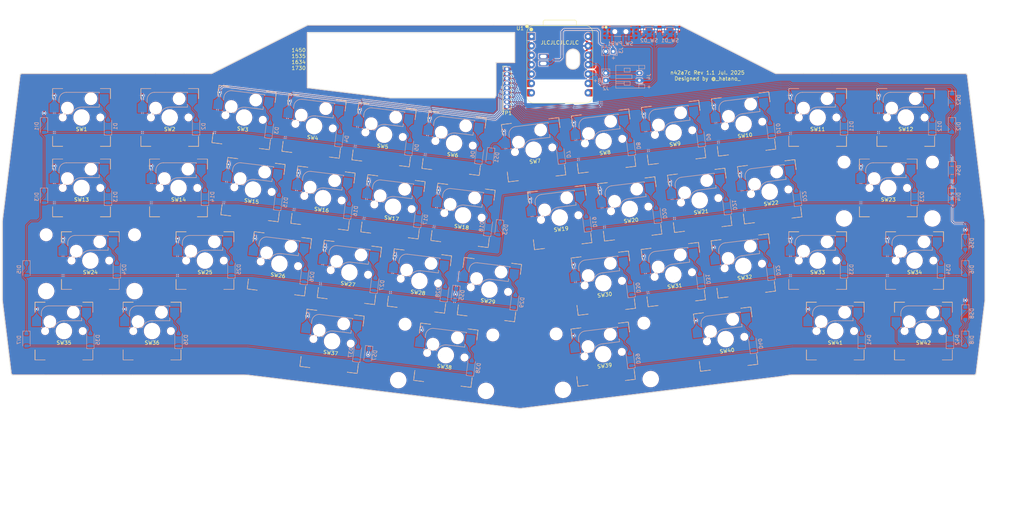
<source format=kicad_pcb>
(kicad_pcb (version 20241229) (generator "pcbnew") (generator_version "9.0")
  (title_block (title "n42a7c") (date "2025-06-08") (rev "1.0"))
  (layers (0 "F.Cu" mixed) (2 "B.Cu" mixed) (13 "F.Paste" user) (15 "B.Paste" user) (5 "F.SilkS" user "F.Silkscreen") (7 "B.SilkS" user "B.Silkscreen") (1 "F.Mask" user) (3 "B.Mask" user) (25 "Edge.Cuts" user))
  (net 0 "")
  (net 1 "GND")
  (net 2 "Net-(D1-K)")
  (net 3 "Net-(D1-A)")
  (net 4 "Net-(D2-A)")
  (net 5 "Net-(D3-A)")
  (net 6 "Net-(D4-A)")
  (net 7 "Net-(D5-A)")
  (net 8 "Net-(D6-A)")
  (net 9 "Net-(D10-K)")
  (net 10 "Net-(D7-A)")
  (net 11 "Net-(D8-A)")
  (net 12 "Net-(D9-A)")
  (net 13 "Net-(D10-A)")
  (net 14 "Net-(D11-A)")
  (net 15 "Net-(D12-A)")
  (net 16 "Net-(D13-A)")
  (net 17 "Net-(D14-A)")
  (net 18 "Net-(D15-A)")
  (net 19 "Net-(D16-A)")
  (net 20 "Net-(D17-A)")
  (net 21 "Net-(D18-A)")
  (net 22 "Net-(D19-A)")
  (net 23 "Net-(D20-A)")
  (net 24 "Net-(D21-A)")
  (net 25 "Net-(D22-A)")
  (net 26 "Net-(D23-A)")
  (net 27 "Net-(D24-A)")
  (net 28 "Net-(D13-K)")
  (net 29 "Net-(D19-K)")
  (net 30 "Net-(D24-K)")
  (net 31 "Net-(D30-K)")
  (net 32 "Net-(D35-K)")
  (net 33 "Net-(D39-K)")
  (net 34 "INTR")
  (net 35 "Net-(D25-A)")
  (net 36 "Net-(D26-A)")
  (net 37 "Net-(D27-A)")
  (net 38 "Net-(D28-A)")
  (net 39 "Net-(D29-A)")
  (net 40 "Net-(D30-A)")
  (net 41 "Net-(D31-A)")
  (net 42 "Net-(D32-A)")
  (net 43 "IO 0")
  (net 44 "IO 4")
  (net 45 "IO 1")
  (net 46 "IO 5")
  (net 47 "IO 2")
  (net 48 "Net-(D33-A)")
  (net 49 "IO 6")
  (net 50 "Net-(D34-A)")
  (net 51 "Net-(D35-A)")
  (net 52 "Net-(D36-A)")
  (net 53 "Net-(D37-A)")
  (net 54 "Net-(D38-A)")
  (net 55 "Net-(D39-A)")
  (net 56 "Net-(D40-A)")
  (net 57 "Net-(D41-A)")
  (net 58 "Net-(D42-A)")
  (net 59 "IO 3")
  (net 60 "IO 7")
  (net 61 "BAT-")
  (net 62 "VCC")
  (net 64 "BAT+")
  (net 65 "3V3")
  (net 66 "Net-(J1-Pin_1)")
  (net 67 "PWR")
  (net 68 "Fn")
  (footprint "cscslib:PinHeader_1x09_P1.27mm_Conthrough" (layer "F.Cu") (at 150.018876 34.528154)
    (property "Reference" "TP1")
    (property "Value" "Conn_01x09" (hide yes))
  )
  (footprint "OPL:XIAO-nRF52840-DIP2" (layer "F.Cu") (at 164.30625 33.337498)
    (property "Reference" "U1")
    (property "Value" "XIAO-nRF52840-SMD")
  )
  (footprint "cscslib:CPG151101S11_1.5u" (layer "B.Cu") (at 35.12349 47.624947)
    (property "Reference" "SW1")
    (property "Value" "CPG151101S11-16" (hide yes))
  )
  (footprint "cscslib:CPG151101S11_1u" (layer "B.Cu") (at 79.035307 47.638212 -7)
    (property "Reference" "SW3")
    (property "Value" "CPG151101S11-16" (hide yes))
  )
  (footprint "cscslib:CPG151101S11_1u" (layer "B.Cu") (at 97.94339 49.959835 -7)
    (property "Reference" "SW4")
    (property "Value" "CPG151101S11-16" (hide yes))
  )
  (footprint "cscslib:CPG151101S11_1u" (layer "B.Cu") (at 116.851469 52.281451 -7)
    (property "Reference" "SW5")
    (property "Value" "CPG151101S11-16" (hide yes))
  )
  (footprint "cscslib:CPG151101S11_1u" (layer "B.Cu") (at 135.759557 54.603071 -7)
    (property "Reference" "SW6")
    (property "Value" "CPG151101S11-16" (hide yes))
  )
  (footprint "cscslib:CPG151101S11_1u" (layer "B.Cu") (at 157.240616 56.344319 7)
    (property "Reference" "SW7")
    (property "Value" "CPG151101S11-16" (hide yes))
  )
  (footprint "cscslib:CPG151101S11_1u" (layer "B.Cu") (at 176.148605 54.022573 7)
    (property "Reference" "SW8")
    (property "Value" "CPG151101S11-16" (hide yes))
  )
  (footprint "cscslib:CPG151101S11_1u" (layer "B.Cu") (at 195.056609 51.700962 7)
    (property "Reference" "SW9")
    (property "Value" "CPG151101S11-16" (hide yes))
  )
  (footprint "cscslib:CPG151101S11_1u" (layer "B.Cu") (at 213.964612 49.379351 7)
    (property "Reference" "SW10")
    (property "Value" "CPG151101S11-16" (hide yes))
  )
  (footprint "cscslib:CPG151101S11_1u" (layer "B.Cu") (at 233.958009 47.624944)
    (property "Reference" "SW11")
    (property "Value" "CPG151101S11-16" (hide yes))
  )
  (footprint "cscslib:CPG151101S11_1u" (layer "B.Cu") (at 61.317239 66.675056)
    (property "Reference" "SW14")
    (property "Value" "CPG151101S11-16" (hide yes))
  )
  (footprint "cscslib:CPG151101S11_1u" (layer "B.Cu") (at 81.440532 67.12668 -7)
    (property "Reference" "SW15")
    (property "Value" "CPG151101S11-16" (hide yes))
  )
  (footprint "cscslib:CPG151101S11_1u" (layer "B.Cu") (at 164.289229 74.67192 7)
    (property "Reference" "SW19")
    (property "Value" "CPG151101S11-16" (hide yes))
  )
  (footprint "cscslib:CPG151101S11_1u" (layer "B.Cu") (at 202.105234 70.028699 7)
    (property "Reference" "SW21")
    (property "Value" "CPG151101S11-16" (hide yes))
  )
  (footprint "cscslib:CPG151101S11_2.25u" (layer "B.Cu") (at 37.504719 86.320385)
    (property "Reference" "SW24")
    (property "Value" "CPG151101S11-16" (hide yes))
  )
  (footprint "cscslib:CPG151101S11_1u" (layer "B.Cu") (at 68.460993 86.320387)
    (property "Reference" "SW25")
    (property "Value" "CPG151101S11-16" (hide yes))
  )
  (footprint "cscslib:CPG151101S11_1u" (layer "B.Cu") (at 88.572927 87.195507 -7)
    (property "Reference" "SW26")
    (property "Value" "CPG151101S11-16" (hide yes))
  )
  (footprint "cscslib:CPG151101S11_1u" (layer "B.Cu") (at 126.38899 91.838573 -7)
    (property "Reference" "SW28")
    (property "Value" "CPG151101S11-16" (hide yes))
  )
  (footprint "cscslib:CPG151101S11_1u" (layer "B.Cu") (at 145.296978 94.160409 -7)
    (property "Reference" "SW29")
    (property "Value" "CPG151101S11-16" (hide yes))
  )
  (footprint "cscslib:CPG151101S11_1u" (layer "B.Cu") (at 58.935987 47.624945)
    (property "Reference" "SW2")
    (property "Value" "CPG151101S11-16" (hide yes))
  )
  (footprint "cscslib:CPG151101S11_1u" (layer "B.Cu") (at 183.197233 72.350309 7)
    (property "Reference" "SW20")
    (property "Value" "CPG151101S11-16" (hide yes))
  )
  (footprint "cscslib:CPG151101S11_1.75u" (layer "B.Cu") (at 35.123493 66.675055)
    (property "Reference" "SW13")
    (property "Value" "CPG151101S11-16" (hide yes))
  )
  (footprint "Diode_SMD:D_SOD-123" (layer "B.Cu") (at 133.189425 95.072673 83)
    (property "Reference" "D28")
    (property "Value" "1N4148W" (hide yes))
  )
  (footprint "Diode_SMD:D_SOD-123" (layer "B.Cu") (at 228.393943 69.199988 97)
    (property "Reference" "D22")
    (property "Value" "1N4148W" (hide yes))
  )
  (footprint "Diode_SMD:D_SOD-123" (layer "B.Cu") (at 44.648475 88.701637 90)
    (property "Reference" "D24")
    (property "Value" "1N4148W" (hide yes))
  )
  (footprint "Diode_SMD:D_SOD-123" (layer "B.Cu") (at 75.604751 88.701637 90)
    (property "Reference" "D25")
    (property "Value" "1N4148W" (hide yes))
  )
  (footprint "Diode_SMD:D_SOD-123" (layer "B.Cu") (at 183.445536 93.911962 97)
    (property "Reference" "D30")
    (property "Value" "1N4148W" (hide yes))
  )
  (footprint "Diode_SMD:D_SOD-123" (layer "B.Cu") (at 95.373413 90.429453 83)
    (property "Reference" "D26")
    (property "Value" "1N4148W" (hide yes))
  )
  (footprint "cscslib:CPG151101S11_1u" (layer "B.Cu") (at 221.013241 67.707088 7)
    (property "Reference" "SW22")
    (property "Value" "CPG151101S11-16" (hide yes))
  )
  (footprint "Diode_SMD:D_SOD-123" (layer "B.Cu") (at 114.281415 92.751063 83)
    (property "Reference" "D27")
    (property "Value" "1N4148W" (hide yes))
  )
  (footprint "Diode_SMD:D_SOD-123" (layer "B.Cu") (at 85.835636 50.872239 83)
    (property "Reference" "D3")
    (property "Value" "1N4148W" (hide yes))
  )
  (footprint "Diode_SMD:D_SOD-123" (layer "B.Cu") (at 66.079811 50.006236 90)
    (property "Reference" "D2")
    (property "Value" "1N4148W" (hide yes))
  )
  (footprint "Diode_SMD:D_SOD-123" (layer "B.Cu") (at 104.743634 53.193846 83)
    (property "Reference" "D4")
    (property "Value" "1N4148W" (hide yes))
  )
  (footprint "Diode_SMD:D_SOD-123" (layer "B.Cu") (at 183.529308 55.515472 97)
    (property "Reference" "D8")
    (property "Value" "1N4148W" (hide yes))
  )
  (footprint "Diode_SMD:D_SOD-123" (layer "B.Cu") (at 202.437326 53.193994 97)
    (property "Reference" "D9")
    (property "Value" "1N4148W" (hide yes))
  )
  (footprint "Diode_SMD:D_SOD-123" (layer "B.Cu") (at 164.621302 57.837079 97)
    (property "Reference" "D7")
    (property "Value" "1N4148W" (hide yes))
  )
  (footprint "Diode_SMD:D_SOD-123" (layer "B.Cu") (at 221.345315 50.87225 97)
    (property "Reference" "D10")
    (property "Value" "1N4148W" (hide yes))
  )
  (footprint "Diode_SMD:D_SOD-123" (layer "B.Cu") (at 123.651645 55.515457 83)
    (property "Reference" "D5")
    (property "Value" "1N4148W" (hide yes))
  )
  (footprint "Diode_SMD:D_SOD-123" (layer "B.Cu") (at 142.559642 57.837069 83)
    (property "Reference" "D6")
    (property "Value" "1N4148W" (hide yes))
  )
  (footprint "Diode_SMD:D_SOD-123" (layer "B.Cu") (at 42.267291 50.006233 90)
    (property "Reference" "D1")
    (property "Value" "1N4148W" (hide yes))
  )
  (footprint "Diode_SMD:D_SOD-123" (layer "B.Cu") (at 190.577937 73.843202 97)
    (property "Reference" "D20")
    (property "Value" "1N4148W" (hide yes))
  )
  (footprint "Diode_SMD:D_SOD-123" (layer "B.Cu") (at 107.149028 72.682258 83)
    (property "Reference" "D16")
    (property "Value" "1N4148W" (hide yes))
  )
  (footprint "Diode_SMD:D_SOD-123" (layer "B.Cu") (at 171.669933 76.164815 97)
    (property "Reference" "D19")
    (property "Value" "1N4148W" (hide yes))
  )
  (footprint "Diode_SMD:D_SOD-123" (layer "B.Cu") (at 209.48594 71.521592 97)
    (property "Reference" "D21")
    (property "Value" "1N4148W" (hide yes))
  )
  (footprint "Diode_SMD:D_SOD-123" (layer "B.Cu") (at 88.241023 70.360642 83)
    (property "Reference" "D15")
    (property "Value" "1N4148W" (hide yes))
  )
  (footprint "Diode_SMD:D_SOD-123" (layer "B.Cu") (at 144.965036 77.325476 83)
    (property "Reference" "D18")
    (property "Value" "1N4148W" (hide yes))
  )
  (footprint "Diode_SMD:D_SOD-123" (layer "B.Cu") (at 68.461066 69.056308 90)
    (property "Reference" "D14")
    (property "Value" "1N4148W" (hide yes))
  )
  (footprint "cscslib:CPG151101S11_1u" (layer "B.Cu") (at 100.34855 69.44829 -7)
    (property "Reference" "SW16")
    (property "Value" "CPG151101S11-16" (hide yes))
  )
  (footprint "cscslib:CPG151101S11_1u" (layer "B.Cu") (at 138.16459 74.091519 -7)
    (property "Reference" "SW18")
    (property "Value" "CPG151101S11-16" (hide yes))
  )
  (footprint "cscslib:CPG151101S11_1u" (layer "B.Cu") (at 119.256568 71.769906 -7)
    (property "Reference" "SW17")
    (property "Value" "CPG151101S11-16" (hide yes))
  )
  (footprint "cscslib:CPG151101S11_2.25u" (layer "B.Cu") (at 253.039765 66.675056)
    (property "Reference" "SW23")
    (property "Value" "CPG151101S11-16" (hide yes))
  )
  (footprint "Diode_SMD:D_SOD-123" (layer "B.Cu") (at 152.097858 97.394382 83)
    (property "Reference" "D29")
    (property "Value" "1N4148W" (hide yes))
  )
  (footprint "Diode_SMD:D_SOD-123" (layer "B.Cu") (at 126.057034 75.003868 83)
    (property "Reference" "D17")
    (property "Value" "1N4148W" (hide yes))
  )
  (footprint "Diode_SMD:D_SOD-123" (layer "B.Cu") (at 42.267296 69.056306 90)
    (property "Reference" "D13")
    (property "Value" "1N4148W" (hide yes))
  )
  (footprint "Diode_SMD:D_SOD-123" (layer "B.Cu") (at 221.261544 89.26874 97)
    (property "Reference" "D32")
    (property "Value" "1N4148W" (hide yes))
  )
  (footprint "cscslib:CPG151101S11_1u" (layer "B.Cu") (at 213.88085 87.775897 7)
    (property "Reference" "SW32")
    (property "Value" "CPG151101S11-16" (hide yes))
  )
  (footprint "cscslib:CPG151101S11_1.5u" (layer "B.Cu") (at 257.770529 47.624944)
    (property "Reference" "SW12")
    (property "Value" "CPG151101S11-16" (hide yes))
  )
  (footprint "cscslib:CPG151101S11_1u" (layer "B.Cu") (at 107.480948 89.517121 -7)
    (property "Reference" "SW27")
    (property "Value" "CPG151101S11-16" (hide yes))
  )
  (footprint "cscslib:CPG151101S11_1u" (layer "B.Cu") (at 176.06484 92.419119 7)
    (property "Reference" "SW30")
    (property "Value" "CPG151101S11-16" (hide yes))
  )
  (footprint "cscslib:CPG151101S11_1.25u" (layer "B.Cu") (at 262.532592 105.370401)
    (property "Reference" "SW42")
    (property "Value" "CPG151101S11-16" (hide yes))
  )
  (footprint "Diode_SMD:D_SOD-123" (layer "B.Cu") (at 241.101765 50.006294 90)
    (property "Reference" "D11")
    (property "Value" "1N4148W" (hide yes))
  )
  (footprint "cscslib:SKTDLDE010" (layer "B.Cu") (at 188.416248 23.81248 180)
    (property "Reference" "SW_D2")
    (property "Value" "SKTDLDE010" (hide yes))
  )
  (footprint "cscslib:CPG151101S11_1.25u" (layer "B.Cu") (at 209.111959 107.554506 7)
    (property "Reference" "SW40")
    (property "Value" "CPG151101S11-16" (hide yes))
  )
  (footprint "Diode_SMD:D_SOD-123" (layer "B.Cu") (at 140.321813 115.141485 83)
    (property "Reference" "D38")
    (property "Value" "1N4148W" (hide yes))
  )
  (footprint "cscslib:CPG151101S11_1.25u" (layer "B.Cu") (at 238.720112 105.370224)
    (property "Reference" "SW41")
    (property "Value" "CPG151101S11-16" (hide yes))
  )
  (footprint "Diode_SMD:D_SOD-123" (layer "B.Cu") (at 273.843082 100.607728 -90)
    (property "Reference" "DS8")
    (property "Value" "1N4148W" (hide yes))
  )
  (footprint "Diode_SMD:D_SOD-123" (layer "B.Cu") (at 270.272102 61.912571 -90)
    (property "Reference" "DS4")
    (property "Value" "1N4148W" (hide yes))
  )
  (footprint "Diode_SMD:D_SOD-123" (layer "B.Cu") (at 136.143936 95.435583 -97)
    (property "Reference" "DS5")
    (property "Value" "1N4148W" (hide yes))
  )
  (footprint "cscslib:CPG151101S11_2.25u" (layer "B.Cu") (at 176.022952 111.617325 7)
    (property "Reference" "SW39")
    (property "Value" "CPG151101S11-16" (hide yes))
  )
  (footprint "Diode_SMD:D_SOD-123" (layer "B.Cu") (at 20.240608 107.751472 -90)
    (property "Reference" "DI7")
    (property "Value" "1N4148W" (hide yes))
  )
  (footprint "cscslib:CPG151101S11_1u" (layer "B.Cu") (at 233.958009 86.320382)
    (property "Reference" "SW33")
    (property "Value" "CPG151101S11-16" (hide yes))
  )
  (footprint "Diode_SMD:D_SOD-123" (layer "B.Cu") (at 260.151781 69.056308 90)
    (property "Reference" "D23")
    (property "Value" "1N4148W" (hide yes))
  )
  (footprint "Diode_SMD:D_SOD-123" (layer "B.Cu") (at 216.492662 109.047402 97)
    (property "Reference" "D40")
    (property "Value" "1N4148W" (hide yes))
  )
  (footprint "Diode_SMD:D_SOD-123" (layer "B.Cu") (at 20.240625 88.701637 -90)
    (property "Reference" "DI5")
    (property "Value" "1N4148W" (hide yes))
  )
  (footprint "Connector_PinHeader_2.00mm:PinHeader_1x02_P2.00mm_Vertical" (layer "B.Cu") (at 176.724848 37.611688)
    (property "Reference" "J2")
    (property "Value" "~" (hide yes))
  )
  (footprint "cscslib:CPG151101S11_1.25u" (layer "B.Cu") (at 30.360912 105.370404)
    (property "Reference" "SW35")
    (property "Value" "CPG151101S11-16" (hide yes))
  )
  (footprint "Diode_SMD:D_SOD-123" (layer "B.Cu") (at 147.919557 77.688367 -97)
    (property "Reference" "DS3")
    (property "Value" "1N4148W" (hide yes))
  )
  (footprint "Diode_SMD:D_SOD-123" (layer "B.Cu") (at 25.003125 69.05625 -90)
    (property "Reference" "DI3")
    (property "Value" "1N4148W" (hide yes))
  )
  (footprint "Diode_SMD:D_SOD-123" (layer "B.Cu") (at 145.514166 58.199946 -97)
    (property "Reference" "DS1")
    (property "Value" "1N4148W" (hide yes))
  )
  (footprint "Diode_SMD:D_SOD-123" (layer "B.Cu") (at 269.676346 107.751652 90)
    (property "Reference" "D42")
    (property "Value" "1N4148W" (hide yes))
  )
  (footprint "Diode_SMD:D_SOD-123" (layer "B.Cu") (at 25.003125 50.00625 -90)
    (property "Reference" "DI1")
    (property "Value" "1N4148W" (hide yes))
  )
  (footprint "Diode_SMD:D_SOD-123" (layer "B.Cu") (at 267.295537 88.701637 90)
    (property "Reference" "D34")
    (property "Value" "1N4148W" (hide yes))
  )
  (footprint "Diode_SMD:D_SOD-123" (layer "B.Cu") (at 273.843083 107.751472 -90)
    (property "Reference" "DI8")
    (property "Value" "1N4148W" (hide yes))
  )
  (footprint "cscslib:CPG151101S11_1u" (layer "B.Cu") (at 194.972846 90.097508 7)
    (property "Reference" "SW31")
    (property "Value" "CPG151101S11-16" (hide yes))
  )
  (footprint "Diode_SMD:D_SOD-123" (layer "B.Cu") (at 270.272102 69.056308 -90)
    (property "Reference" "DI4")
    (property "Value" "1N4148W" (hide yes))
  )
  (footprint "Diode_SMD:D_SOD-123" (layer "B.Cu") (at 241.101765 88.70164 90)
    (property "Reference" "D33")
    (property "Value" "1N4148W" (hide yes))
  )
  (footprint "Diode_SMD:D_SOD-123" (layer "B.Cu") (at 112.550903 111.731521 -97)
    (property "Reference" "DS7")
    (property "Value" "1N4148W" (hide yes))
  )
  (footprint "cscslib:CPG151101S11_1.75u" (layer "B.Cu") (at 260.151779 86.320385)
    (property "Reference" "SW34")
    (property "Value" "CPG151101S11-16" (hide yes))
  )
  (footprint "cscslib:SSSS811101" (layer "B.Cu") (at 180.677192 24.407792)
    (property "Reference" "SW_PWR1")
    (property "Value" "SSSS811101" (hide yes))
  )
  (footprint "cscslib:CPG151101S11_2u" (layer "B.Cu") (at 133.521957 111.907493 -7)
    (property "Reference" "SW38")
    (property "Value" "CPG151101S11-16" (hide yes))
  )
  (footprint "Diode_SMD:D_SOD-123" (layer "B.Cu") (at 270.272102 42.862536 -90)
    (property "Reference" "DS2")
    (property "Value" "1N4148W" (hide yes))
  )
  (footprint "Connector_JST:JST_PH_S2B-PH-K_1x02_P2.00mm_Horizontal" (layer "B.Cu") (at 185.806096 37.611688 90)
    (property "Reference" "J4")
    (property "Value" "S2B-PH-K" (hide yes))
  )
  (footprint "Diode_SMD:D_SOD-123" (layer "B.Cu") (at 264.914285 50.006233 90)
    (property "Reference" "D12")
    (property "Value" "1N4148W" (hide yes))
  )
  (footprint "Diode_SMD:D_SOD-123" (layer "B.Cu") (at 183.403655 113.110221 97)
    (property "Reference" "D39")
    (property "Value" "1N4148W" (hide yes))
  )
  (footprint "cscslib:CPG151101S11_1.25u" (layer "B.Cu") (at 102.796451 108.13487 -7)
    (property "Reference" "SW37")
    (property "Value" "CPG151101S11-16" (hide yes))
  )
  (footprint "cscslib:CPG151101S11_1.25u" (layer "B.Cu") (at 54.173432 105.370401)
    (property "Reference" "SW36")
    (property "Value" "CPG151101S11-16" (hide yes))
  )
  (footprint "Diode_SMD:D_SOD-123" (layer "B.Cu") (at 37.504668 107.751653 90)
    (property "Reference" "D35")
    (property "Value" "1N4148W" (hide yes))
  )
  (footprint "cscslib:SKTDLDE010" (layer "B.Cu") (at 194.071712 23.81248 180)
    (property "Reference" "SW_D1")
    (property "Value" "SKTDLDE010" (hide yes))
  )
  (footprint "Connector_PinHeader_2.00mm:PinHeader_1x02_P2.00mm_Vertical" (layer "B.Cu") (at 178.724848 29.765625 90)
    (property "Reference" "J3")
    (property "Value" "~" (hide yes))
  )
  (footprint "Diode_SMD:D_SOD-123" (layer "B.Cu") (at 109.596308 111.368866 83)
    (property "Reference" "D37")
    (property "Value" "1N4148W" (hide yes))
  )
  (footprint "Diode_SMD:D_SOD-123" (layer "B.Cu") (at 270.272101 50.00629 -90)
    (property "Reference" "DI2")
    (property "Value" "1N4148W" (hide yes))
  )
  (footprint "Diode_SMD:D_SOD-123" (layer "B.Cu") (at 61.317188 107.751653 90)
    (property "Reference" "D36")
    (property "Value" "1N4148W" (hide yes))
  )
  (footprint "Diode_SMD:D_SOD-123" (layer "B.Cu") (at 245.863868 107.751473 90)
    (property "Reference" "D41")
    (property "Value" "1N4148W" (hide yes))
  )
  (footprint "Diode_SMD:D_SOD-123" (layer "B.Cu") (at 273.843066 88.701353 -90)
    (property "Reference" "DI6")
    (property "Value" "1N4148W" (hide yes))
  )
  (footprint "Diode_SMD:D_SOD-123" (layer "B.Cu") (at 202.353549 91.590403 97)
    (property "Reference" "D31")
    (property "Value" "1N4148W" (hide yes))
  )
  (footprint "Diode_SMD:D_SOD-123" (layer "B.Cu") (at 273.84352 81.557744 -90)
    (property "Reference" "DS6")
    (property "Value" "1N4148W" (hide yes))
  )
  (gr_circle (center 176.807664 23.217168) (end 177.10532 23.217168) (stroke (width 0.15)) (fill yes) (layer "F.SilkS"))
  (gr_circle (center 175.914696 23.217168) (end 175.61704 23.217168) (stroke (width 0.15)) (fill yes) (layer "B.SilkS"))
  (gr_line (start 196.750616 22.621856) (end 173.533449 22.621856) (stroke (width 0.15)) (layer "Edge.Cuts"))
  (gr_line (start 80.073858 117.34053) (end 153.342313 126.336706) (stroke (width 0.15)) (layer "Edge.Cuts"))
  (gr_line (start 223.562205 117.775766) (end 226.814253 117.276661) (stroke (width 0.15)) (layer "Edge.Cuts"))
  (gr_line (start 153.838937 126.336706) (end 223.562205 117.775766) (stroke (width 0.15)) (layer "Edge.Cuts"))
  (gr_line (start 153.342313 126.336706) (end 153.838937 126.336706) (stroke (width 0.15)) (layer "Edge.Cuts"))
  (gr_line (start 40.78259 117.27626) (end 48.517928 117.276464) (stroke (width 0.15)) (layer "Edge.Cuts"))
  (gr_arc (start 18.45471 36.314113) (mid 18.62907 35.893163) (end 19.050023 35.718803) (stroke (width 0.15)) (layer "Edge.Cuts"))
  (gr_arc (start 273.843546 35.7188) (mid 274.264527 35.893146) (end 274.438858 36.314115) (stroke (width 0.15)) (layer "Edge.Cuts"))
  (gr_line (start 226.814253 117.276462) (end 244.375024 117.276464) (stroke (width 0.15)) (layer "Edge.Cuts"))
  (gr_line (start 252.114181 117.276667) (end 276.224768 117.276466) (stroke (width 0.15)) (layer "Edge.Cuts"))
  (gr_line (start 79.176629 117.276663) (end 80.073858 117.34053) (stroke (width 0.15)) (layer "Edge.Cuts"))
  (gr_line (start 70.246967 35.718695) (end 62.8055 35.718737) (stroke (width 0.15)) (layer "Edge.Cuts"))
  (gr_line (start 274.438831 36.314093) (end 279.201797 75.604751) (stroke (width 0.15)) (layer "Edge.Cuts"))
  (gr_line (start 237.827144 35.71872) (end 273.8435 35.718804) (stroke (width 0.15)) (layer "Edge.Cuts"))
  (gr_line (start 18.454703 36.314113) (end 13.692199 75.604751) (stroke (width 0.15)) (layer "Edge.Cuts"))
  (gr_line (start 279.201797 75.604751) (end 279.201797 97.036019) (stroke (width 0.15)) (layer "Edge.Cuts"))
  (gr_line (start 279.201797 97.036019) (end 276.82008 116.68151) (stroke (width 0.15)) (layer "Edge.Cuts"))
  (gr_arc (start 16.668722 117.276417) (mid 16.247823 117.10207) (end 16.073475 116.681173) (stroke (width 0.15)) (layer "Edge.Cuts"))
  (gr_line (start 55.066349 35.718708) (end 62.8055 35.718737) (stroke (width 0.15)) (layer "Edge.Cuts"))
  (gr_line (start 230.088891 35.718742) (end 222.647208 35.718934) (stroke (width 0.15)) (layer "Edge.Cuts"))
  (gr_line (start 230.088891 35.718742) (end 237.827144 35.71872) (stroke (width 0.15)) (layer "Edge.Cuts"))
  (gr_line (start 13.692199 97.036019) (end 13.692199 75.604751) (stroke (width 0.15)) (layer "Edge.Cuts"))
  (gr_poly (pts (xy 147.042064 41.67184) (xy 146.744408 42.267152) (xy 118.464698 42.267152) (xy 96.142888 39.5478) (xy 96.142888 24.705448) (xy 101.798352 24.705448) (xy 152.102216 24.705448) (xy 152.102216 32.74216) (xy 147.042064 32.74216)) (stroke (width 0.15)) (fill no) (layer "Edge.Cuts"))
  (gr_line (start 96.142888 22.621894) (end 70.246706 35.718697) (stroke (width 0.15)) (layer "Edge.Cuts"))
  (gr_line (start 40.78259 117.27626) (end 16.668736 117.270464) (stroke (width 0.15)) (layer "Edge.Cuts"))
  (gr_line (start 166.092041 30.956224) (end 166.09204 32.74216) (stroke (width 0.15)) (layer "Edge.Cuts"))
  (gr_line (start 96.142888 22.621894) (end 146.446752 22.621894) (stroke (width 0.15)) (layer "Edge.Cuts"))
  (gr_arc (start 276.820736 116.681881) (mid 276.646184 117.102621) (end 276.225423 117.277194) (stroke (width 0.15)) (layer "Edge.Cuts"))
  (gr_line (start 13.692199 97.036019) (end 16.073424 116.675221) (stroke (width 0.15)) (layer "Edge.Cuts"))
  (gr_line (start 169.663919 30.956224) (end 169.663919 32.742166) (stroke (width 0.15)) (layer "Edge.Cuts"))
  (gr_line (start 173.533448 22.621875) (end 155.078776 22.621875) (stroke (width 0.15)) (layer "Edge.Cuts"))
  (gr_line (start 244.375024 117.281629) (end 252.114181 117.276667) (stroke (width 0.15)) (layer "Edge.Cuts"))
  (gr_arc (start 166.092041 30.956224) (mid 167.87798 29.170285) (end 169.663919 30.956224) (stroke (width 0.15)) (layer "Edge.Cuts"))
  (gr_line (start 48.517928 117.276628) (end 79.176629 117.276663) (stroke (width 0.15)) (layer "Edge.Cuts"))
  (gr_line (start 55.066349 35.718708) (end 19.050023 35.718803) (stroke (width 0.15)) (layer "Edge.Cuts"))
  (gr_arc (start 169.663919 32.742166) (mid 167.877997 34.528119) (end 166.09204 32.74216) (stroke (width 0.15)) (layer "Edge.Cuts"))
  (gr_line (start 146.446752 22.621894) (end 155.078776 22.621875) (stroke (width 0.15)) (layer "Edge.Cuts"))
  (gr_line (start 196.750616 22.621875) (end 222.647528 35.71878) (stroke (width 0.15)) (layer "Edge.Cuts"))
  (gr_text "n42a7c Rev 1.1 Jul. 2025\nDesigned by @_hatano_" (at 204.192359 36.314113 0) (layer "F.SilkS") (effects (font (size 1 1))))
  (gr_text "1450\n1535\n1634\n1730" (at 93.76164 31.849192 0) (layer "F.SilkS") (effects (font (size 1 1))))
  (gr_text "JLCJLCJLCJLC" (at 164.30625 27.384375 0) (layer "F.SilkS") (effects (font (size 1 1))))
  (gr_text "+" (at 178.724848 31.551536 90) (layer "B.SilkS") (effects (font (size 1 1)) (justify mirror)))
  (gr_text "+" (at 188.416248 39.290592 0) (layer "B.SilkS") (effects (font (size 1 1)) (justify mirror)))
  (gr_text "B+" (at 174.426416 37.611688 0) (layer "B.SilkS") (effects (font (size 1 1)) (justify mirror)))
  (segment (start 42.267291 51.656235) (end 66.079811 51.656236) (width 0.25) (layer "B.Cu") (net 2))
  (segment (start 78.686704 51.65685) (end 78.686223 51.656236) (width 0.25) (layer "B.Cu") (net 2))
  (segment (start 123.450558 57.153158) (end 123.906878 57.209187) (width 0.25) (layer "B.Cu") (net 2))
  (segment (start 25.598459 51.656293) (end 42.267234 51.656292) (width 0.25) (layer "B.Cu") (net 2))
  (segment (start 66.079811 51.656236) (end 78.686223 51.656236) (width 0.25) (layer "B.Cu") (net 2))
  (segment (start 123.906878 57.209187) (end 123.90688 57.209189) (width 0.25) (layer "B.Cu") (net 2))
  (segment (start 142.358555 59.47477) (end 145.312991 59.837529) (width 0.25) (layer "B.Cu") (net 2))
  (segment (start 145.312991 59.837529) (end 145.313081 59.837645) (width 0.25) (layer "B.Cu") (net 2))
  (segment (start 42.267234 51.656292) (end 42.267291 51.656235) (width 0.25) (layer "B.Cu") (net 2))
  (segment (start 85.634549 52.509938) (end 78.686704 51.65685) (width 0.25) (layer "B.Cu") (net 2))
  (segment (start 123.90688 57.209189) (end 142.358555 59.47477) (width 0.25) (layer "B.Cu") (net 2))
  (segment (start 85.634549 52.509938) (end 104.542552 54.831546) (width 0.25) (layer "B.Cu") (net 2))
  (segment (start 104.542552 54.831546) (end 123.450558 57.153158) (width 0.25) (layer "B.Cu") (net 2))
  (segment (start 42.267291 46.434482) (end 42.267291 48.356233) (width 0.25) (layer "B.Cu") (net 3))
  (segment (start 41.238487 42.544947) (end 41.23849 45.405681) (width 0.25) (layer "B.Cu") (net 3))
  (segment (start 41.23849 45.405681) (end 42.267291 46.434482) (width 0.25) (layer "B.Cu") (net 3))
  (segment (start 66.079811 46.434414) (end 66.079809 48.356235) (width 0.25) (layer "B.Cu") (net 4))
  (segment (start 65.050987 45.40559) (end 66.079811 46.434414) (width 0.25) (layer "B.Cu") (net 4))
  (segment (start 65.050987 42.544945) (end 65.050987 45.40559) (width 0.25) (layer "B.Cu") (net 4))
  (segment (start 86.270932 47.327007) (end 86.036717 49.234535) (width 0.25) (layer "B.Cu") (net 5))
  (segment (start 85.375211 46.180535) (end 86.270932 47.327007) (width 0.25) (layer "B.Cu") (net 5))
  (segment (start 85.723824 43.34131) (end 85.375211 46.180535) (width 0.25) (layer "B.Cu") (net 5))
  (segment (start 104.631907 45.662933) (end 104.283284 48.502236) (width 0.25) (layer "B.Cu") (net 6))
  (segment (start 104.283284 48.502236) (end 105.178936 49.648618) (width 0.25) (layer "B.Cu") (net 6))
  (segment (start 105.178936 49.648618) (end 104.944721 51.556145) (width 0.25) (layer "B.Cu") (net 6))
  (segment (start 123.191354 50.823928) (end 124.086943 51.970229) (width 0.25) (layer "B.Cu") (net 7))
  (segment (start 124.086943 51.970229) (end 123.852725 53.877756) (width 0.25) (layer "B.Cu") (net 7))
  (segment (start 123.539986 47.984549) (end 123.191354 50.823928) (width 0.25) (layer "B.Cu") (net 7))
  (segment (start 142.099431 53.145638) (end 142.994941 54.291839) (width 0.25) (layer "B.Cu") (net 8))
  (segment (start 142.448074 50.306169) (end 142.099431 53.145638) (width 0.25) (layer "B.Cu") (net 8))
  (segment (start 142.994941 54.291839) (end 142.760726 56.199368) (width 0.25) (layer "B.Cu") (net 8))
  (segment (start 270.272102 44.512535) (end 270.272102 45.754484) (width 0.25) (layer "B.Cu") (net 9))
  (segment (start 264.914285 51.656235) (end 264.454968 51.656235) (width 0.25) (layer "B.Cu") (net 9))
  (segment (start 270.272102 45.754484) (end 268.895102 47.131484) (width 0.25) (layer "B.Cu") (net 9))
  (segment (start 270.272044 51.656233) (end 270.272101 51.65629) (width 0.25) (layer "B.Cu") (net 9))
  (segment (start 270.272046 51.656235) (end 270.272102 51.656291) (width 0.25) (layer "B.Cu") (net 9))
  (segment (start 221.546399 52.509951) (end 228.501085 51.656023) (width 0.25) (layer "B.Cu") (net 9))
  (segment (start 268.895102 47.131484) (end 268.895102 49.267474) (width 0.25) (layer "B.Cu") (net 9))
  (segment (start 221.546281 52.510103) (end 221.546398 52.50995) (width 0.25) (layer "B.Cu") (net 9))
  (segment (start 268.895102 49.267474) (end 270.272102 50.644474) (width 0.25) (layer "B.Cu") (net 9))
  (segment (start 264.914285 51.656233) (end 270.272044 51.656233) (width 0.25) (layer "B.Cu") (net 9))
  (segment (start 264.45491 51.656295) (end 241.101765 51.656292) (width 0.25) (layer "B.Cu") (net 9))
  (segment (start 228.501085 51.656023) (end 228.501432 51.656293) (width 0.25) (layer "B.Cu") (net 9))
  (segment (start 264.454968 51.656235) (end 264.45491 51.656295) (width 0.25) (layer "B.Cu") (net 9))
  (segment (start 202.638412 54.831696) (end 221.546281 52.510103) (width 0.25) (layer "B.Cu") (net 9))
  (segment (start 270.272102 50.644474) (end 270.272102 51.656291) (width 0.25) (layer "B.Cu") (net 9))
  (segment (start 241.101765 51.656293) (end 228.501432 51.656293) (width 0.25) (layer "B.Cu") (net 9))
  (segment (start 202.638262 54.831577) (end 202.638412 54.831696) (width 0.25) (layer "B.Cu") (net 9))
  (segment (start 183.730392 57.153171) (end 202.638262 54.831577) (width 0.25) (layer "B.Cu") (net 9))
  (segment (start 164.822386 59.47478) (end 183.730392 57.153171) (width 0.25) (layer "B.Cu") (net 9))
  (segment (start 164.186005 54.291878) (end 164.420217 56.199379) (width 0.25) (layer "B.Cu") (net 10))
  (segment (start 163.039549 53.396167) (end 164.186005 54.291878) (width 0.25) (layer "B.Cu") (net 10))
  (segment (start 162.690938 50.556954) (end 163.039549 53.396167) (width 0.25) (layer "B.Cu") (net 10))
  (segment (start 181.598926 48.235207) (end 181.947554 51.074554) (width 0.25) (layer "B.Cu") (net 11))
  (segment (start 181.947554 51.074554) (end 183.094011 51.970265) (width 0.25) (layer "B.Cu") (net 11))
  (segment (start 183.094011 51.970265) (end 183.328225 53.87777) (width 0.25) (layer "B.Cu") (net 11))
  (segment (start 202.002015 49.648654) (end 202.236243 51.556293) (width 0.25) (layer "B.Cu") (net 12))
  (segment (start 200.506931 45.913596) (end 200.855559 48.752945) (width 0.25) (layer "B.Cu") (net 12))
  (segment (start 200.855559 48.752945) (end 202.002015 49.648654) (width 0.25) (layer "B.Cu") (net 12))
  (segment (start 220.910018 47.327043) (end 221.144231 49.234547) (width 0.25) (layer "B.Cu") (net 13))
  (segment (start 219.76356 46.431332) (end 220.910018 47.327043) (width 0.25) (layer "B.Cu") (net 13))
  (segment (start 219.414933 43.591985) (end 219.76356 46.431332) (width 0.25) (layer "B.Cu") (net 13))
  (segment (start 240.073009 42.544945) (end 240.073008 45.405657) (width 0.25) (layer "B.Cu") (net 14))
  (segment (start 241.101765 46.434414) (end 241.101765 48.356294) (width 0.25) (layer "B.Cu") (net 14))
  (segment (start 240.073008 45.405657) (end 241.101765 46.434414) (width 0.25) (layer "B.Cu") (net 14))
  (segment (start 263.885529 45.405659) (end 264.914284 46.434414) (width 0.25) (layer "B.Cu") (net 15))
  (segment (start 263.88553 42.544944) (end 263.885529 45.405659) (width 0.25) (layer "B.Cu") (net 15))
  (segment (start 264.914284 46.434414) (end 264.914282 48.356235) (width 0.25) (layer "B.Cu") (net 15))
  (segment (start 41.238493 61.595055) (end 41.238493 64.455629) (width 0.25) (layer "B.Cu") (net 16))
  (segment (start 42.267294 65.484431) (end 42.267294 67.406307) (width 0.25) (layer "B.Cu") (net 16))
  (segment (start 41.238493 64.455629) (end 42.267294 65.484431) (width 0.25) (layer "B.Cu") (net 16))
  (segment (start 67.432239 64.455603) (end 68.461066 65.484428) (width 0.25) (layer "B.Cu") (net 17))
  (segment (start 68.461066 65.484428) (end 68.461066 67.406308) (width 0.25) (layer "B.Cu") (net 17))
  (segment (start 67.432239 61.595056) (end 67.432239 64.455603) (width 0.25) (layer "B.Cu") (net 17))
  (segment (start 87.780463 65.668782) (end 88.676323 66.815432) (width 0.25) (layer "B.Cu") (net 18))
  (segment (start 88.129049 62.829777) (end 87.780463 65.668782) (width 0.25) (layer "B.Cu") (net 18))
  (segment (start 88.676323 66.815432) (end 88.442108 68.72294) (width 0.25) (layer "B.Cu") (net 18))
  (segment (start 107.037066 65.151388) (end 106.688479 67.990407) (width 0.25) (layer "B.Cu") (net 19))
  (segment (start 106.688479 67.990407) (end 107.584327 69.137041) (width 0.25) (layer "B.Cu") (net 19))
  (segment (start 107.584327 69.137041) (end 107.350114 71.044553) (width 0.25) (layer "B.Cu") (net 19))
  (segment (start 125.945085 67.473004) (end 125.596496 70.312035) (width 0.25) (layer "B.Cu") (net 20))
  (segment (start 125.596496 70.312035) (end 126.492331 71.458652) (width 0.25) (layer "B.Cu") (net 20))
  (segment (start 126.492331 71.458652) (end 126.258118 73.366165) (width 0.25) (layer "B.Cu") (net 20))
  (segment (start 144.853107 69.794617) (end 144.504516 72.633664) (width 0.25) (layer "B.Cu") (net 21))
  (segment (start 144.504516 72.633664) (end 145.400335 73.780263) (width 0.25) (layer "B.Cu") (net 21))
  (segment (start 145.400335 73.780263) (end 145.16612 75.687774) (width 0.25) (layer "B.Cu") (net 21))
  (segment (start 169.739551 68.884555) (end 170.088164 71.723785) (width 0.25) (layer "B.Cu") (net 22))
  (segment (start 170.088164 71.723785) (end 171.23462 72.619494) (width 0.25) (layer "B.Cu") (net 22))
  (segment (start 171.23462 72.619494) (end 171.468846 74.527115) (width 0.25) (layer "B.Cu") (net 22))
  (segment (start 188.647555 66.562944) (end 188.996168 69.402172) (width 0.25) (layer "B.Cu") (net 23))
  (segment (start 188.996168 69.402172) (end 190.142626 70.297882) (width 0.25) (layer "B.Cu") (net 23))
  (segment (start 190.142626 70.297882) (end 190.376851 72.205502) (width 0.25) (layer "B.Cu") (net 23))
  (segment (start 207.555556 64.241334) (end 207.904169 67.080557) (width 0.25) (layer "B.Cu") (net 24))
  (segment (start 209.05063 67.976273) (end 209.284856 69.883891) (width 0.25) (layer "B.Cu") (net 24))
  (segment (start 207.904169 67.080557) (end 209.05063 67.976273) (width 0.25) (layer "B.Cu") (net 24))
  (segment (start 226.812176 64.758953) (end 227.95863 65.654661) (width 0.25) (layer "B.Cu") (net 25))
  (segment (start 226.463562 61.919723) (end 226.812176 64.758953) (width 0.25) (layer "B.Cu") (net 25))
  (segment (start 227.95863 65.654661) (end 228.192859 67.562286) (width 0.25) (layer "B.Cu") (net 25))
  (segment (start 260.151781 65.48443) (end 260.151776 67.406309) (width 0.25) (layer "B.Cu") (net 26))
  (segment (start 259.154766 64.487414) (end 260.151781 65.48443) (width 0.25) (layer "B.Cu") (net 26))
  (segment (start 259.154765 61.595056) (end 259.154766 64.487414) (width 0.25) (layer "B.Cu") (net 26))
  (segment (start 43.619719 84.101003) (end 44.648475 85.129759) (width 0.25) (layer "B.Cu") (net 27))
  (segment (start 44.648475 85.129759) (end 44.648475 87.051637) (width 0.25) (layer "B.Cu") (net 27))
  (segment (start 43.61972 81.240382) (end 43.619719 84.101003) (width 0.25) (layer "B.Cu") (net 27))
  (segment (start 42.267175 70.706191) (end 42.267294 70.706309) (width 0.25) (layer "B.Cu") (net 28))
  (segment (start 144.763951 78.963177) (end 147.718367 79.325931) (width 0.25) (layer "B.Cu") (net 28))
  (segment (start 88.039941 71.998343) (end 106.947945 74.319955) (width 0.25) (layer "B.Cu") (net 28))
  (segment (start 88.039941 71.998343) (end 77.525104 70.707283) (width 0.25) (layer "B.Cu") (net 28))
  (segment (start 106.947945 74.319955) (end 125.855948 76.641567) (width 0.25) (layer "B.Cu") (net 28))
  (segment (start 68.461066 70.706308) (end 77.524345 70.706307) (width 0.25) (layer "B.Cu") (net 28))
  (segment (start 125.855948 76.641567) (end 144.763951 78.963177) (width 0.25) (layer "B.Cu") (net 28))
  (segment (start 25.598342 70.706308) (end 25.598459 70.706191) (width 0.25) (layer "B.Cu") (net 28))
  (segment (start 147.718367 79.325931) (end 147.718472 79.326068) (width 0.25) (layer "B.Cu") (net 28))
  (segment (start 42.267294 70.706309) (end 68.461066 70.706308) (width 0.25) (layer "B.Cu") (net 28))
  (segment (start 77.525104 70.707283) (end 77.524345 70.706307) (width 0.25) (layer "B.Cu") (net 28))
  (segment (start 25.598459 70.706191) (end 42.267175 70.706191) (width 0.25) (layer "B.Cu") (net 28))
  (segment (start 269.346102 66.367362) (end 269.346103 68.130646) (width 0.25) (layer "B.Cu") (net 29))
  (segment (start 190.779021 75.480906) (end 209.687025 73.159295) (width 0.25) (layer "B.Cu") (net 29))
  (segment (start 209.687025 73.159295) (end 228.595023 70.837685) (width 0.25) (layer "B.Cu") (net 29))
  (segment (start 260.151781 70.706308) (end 229.663305 70.706308) (width 0.25) (layer "B.Cu") (net 29))
  (segment (start 269.67662 68.461164) (end 269.676619 68.461166) (width 0.25) (layer "B.Cu") (net 29))
  (segment (start 229.66312 70.706544) (end 228.595027 70.837689) (width 0.25) (layer "B.Cu") (net 29))
  (segment (start 270.272102 69.056648) (end 270.272102 70.706308) (width 0.25) (layer "B.Cu") (net 29))
  (segment (start 270.272102 70.706308) (end 260.151781 70.706308) (width 0.25) (layer "B.Cu") (net 29))
  (segment (start 229.663305 70.706308) (end 229.66312 70.706544) (width 0.25) (layer "B.Cu") (net 29))
  (segment (start 270.272102 65.441366) (end 269.346102 66.367362) (width 0.25) (layer "B.Cu") (net 29))
  (segment (start 171.871017 77.802518) (end 190.779021 75.480906) (width 0.25) (layer "B.Cu") (net 29))
  (segment (start 269.346103 68.130646) (end 269.67662 68.461164) (width 0.25) (layer "B.Cu") (net 29))
  (segment (start 269.676619 68.461166) (end 270.272102 69.056648) (width 0.25) (layer "B.Cu") (net 29))
  (segment (start 270.272102 63.562571) (end 270.272102 65.441366) (width 0.25) (layer "B.Cu") (net 29))
  (segment (start 228.595023 70.837685) (end 228.595026 70.837689) (width 0.25) (layer "B.Cu") (net 29))
  (segment (start 132.988338 96.710372) (end 135.942727 97.073128) (width 0.25) (layer "B.Cu") (net 30))
  (segment (start 151.896735 99.032031) (end 151.896773 99.032086) (width 0.25) (layer "B.Cu") (net 30))
  (segment (start 135.942727 97.073128) (end 135.942849 97.073286) (width 0.25) (layer "B.Cu") (net 30))
  (segment (start 95.172329 92.067154) (end 81.203035 90.351941) (width 0.25) (layer "B.Cu") (net 30))
  (segment (start 81.203035 90.351941) (end 81.2028 90.351639) (width 0.25) (layer "B.Cu") (net 30))
  (segment (start 114.080332 94.388764) (end 132.988338 96.710372) (width 0.25) (layer "B.Cu") (net 30))
  (segment (start 20.538266 90.351638) (end 44.648474 90.351637) (width 0.25) (layer "B.Cu") (net 30))
  (segment (start 75.604751 90.351635) (end 81.2028 90.351639) (width 0.25) (layer "B.Cu") (net 30))
  (segment (start 132.988338 96.710372) (end 151.896735 99.032031) (width 0.25) (layer "B.Cu") (net 30))
  (segment (start 95.172329 92.067154) (end 114.080332 94.388764) (width 0.25) (layer "B.Cu") (net 30))
  (segment (start 44.648474 90.351637) (end 75.604751 90.351635) (width 0.25) (layer "B.Cu") (net 30))
  (segment (start 203.010853 93.172035) (end 221.462631 90.906442) (width 0.25) (layer "B.Cu") (net 31))
  (segment (start 273.84352 83.207744) (end 273.84352 84.448715) (width 0.25) (layer "B.Cu") (net 31))
  (segment (start 241.101765 90.35164) (end 271.462124 90.351639) (width 0.25) (layer "B.Cu") (net 31))
  (segment (start 225.984345 90.351245) (end 225.98485 90.351639) (width 0.25) (layer "B.Cu") (net 31))
  (segment (start 272.461112 87.956902) (end 272.461114 85.831121) (width 0.25) (layer "B.Cu") (net 31))
  (segment (start 202.554573 93.228059) (end 202.554633 93.228106) (width 0.25) (layer "B.Cu") (net 31))
  (segment (start 273.84352 84.448715) (end 272.461114 85.831121) (width 0.25) (layer "B.Cu") (net 31))
  (segment (start 202.554633 93.228106) (end 203.010806 93.172095) (width 0.25) (layer "B.Cu") (net 31))
  (segment (start 273.843065 89.338855) (end 273.843062 89.891975) (width 0.25) (layer "B.Cu") (net 31))
  (segment (start 221.462629 90.906441) (end 225.984345 90.351245) (width 0.25) (layer "B.Cu") (net 31))
  (segment (start 203.010806 93.172095) (end 203.010853 93.172035) (width 0.25) (layer "B.Cu") (net 31))
  (segment (start 273.843062 89.891975) (end 273.843064 90.351351) (width 0.25) (layer "B.Cu") (net 31))
  (segment (start 273.843065 89.338855) (end 272.461112 87.956902) (width 0.25) (layer "B.Cu") (net 31))
  (segment (start 183.646623 95.549662) (end 202.554573 93.228059) (width 0.25) (layer "B.Cu") (net 31))
  (segment (start 271.46241 90.351353) (end 273.843066 90.351353) (width 0.25) (layer "B.Cu") (net 31))
  (segment (start 241.101765 90.35164) (end 225.98485 90.351639) (width 0.25) (layer "B.Cu") (net 31))
  (segment (start 273.842916 90.351502) (end 273.843064 90.351351) (width 0.25) (layer "B.Cu") (net 31))
  (segment (start 271.462124 90.351639) (end 271.46241 90.351353) (width 0.25) (layer "B.Cu") (net 31))
  (segment (start 109.395221 113.006567) (end 80.041495 109.402383) (width 0.25) (layer "B.Cu") (net 32))
  (segment (start 140.12062 116.779048) (end 112.349818 113.369222) (width 0.25) (layer "B.Cu") (net 32))
  (segment (start 22.3242 109.401653) (end 37.504668 109.401653) (width 0.25) (layer "B.Cu") (net 32))
  (segment (start 22.324019 109.401472) (end 20.240608 109.401472) (width 0.25) (layer "B.Cu") (net 32))
  (segment (start 37.504668 109.401653) (end 61.317188 109.401653) (width 0.25) (layer "B.Cu") (net 32))
  (segment (start 80.041495 109.402383) (end 80.040925 109.401653) (width 0.25) (layer "B.Cu") (net 32))
  (segment (start 112.349681 113.369327) (end 109.395221 113.006567) (width 0.25) (layer "B.Cu") (net 32))
  (segment (start 22.3242 109.401653) (end 22.324019 109.401472) (width 0.25) (layer "B.Cu") (net 32))
  (segment (start 140.120728 116.779186) (end 140.12062 116.779048) (width 0.25) (layer "B.Cu") (net 32))
  (segment (start 80.040925 109.401653) (end 61.317188 109.401653) (width 0.25) (layer "B.Cu") (net 32))
  (segment (start 112.349818 113.369222) (end 112.349681 113.369327) (width 0.25) (layer "B.Cu") (net 32))
  (segment (start 273.843082 109.40147) (end 273.842903 109.401292) (width 0.25) (layer "B.Cu") (net 33))
  (segment (start 245.863828 109.40165) (end 269.676346 109.401652) (width 0.25) (layer "B.Cu") (net 33))
  (segment (start 273.842903 109.401652) (end 273.843082 109.40147) (width 0.25) (layer "B.Cu") (net 33))
  (segment (start 183.604739 114.747922) (end 216.693748 110.685103) (width 0.25) (layer "B.Cu") (net 33))
  (segment (start 269.676346 109.401652) (end 273.842903 109.401652) (width 0.25) (layer "B.Cu") (net 33))
  (segment (start 273.842903 109.401292) (end 273.842901 107.751653) (width 0.25) (layer "B.Cu") (net 33))
  (segment (start 273.843087 104.137103) (end 273.843085 102.257729) (width 0.25) (layer "B.Cu") (net 33))
  (segment (start 227.146878 109.401474) (end 245.863868 109.401473) (width 0.25) (layer "B.Cu") (net 33))
  (segment (start 216.693747 110.685103) (end 227.14671 109.401642) (width 0.25) (layer "B.Cu") (net 33))
  (segment (start 272.917081 106.825472) (end 272.917083 105.063104) (width 0.25) (layer "B.Cu") (net 33))
  (segment (start 273.843083 107.751472) (end 272.917081 106.825472) (width 0.25) (layer "B.Cu") (net 33))
  (segment (start 273.842901 107.751653) (end 273.843083 107.751472) (width 0.25) (layer "B.Cu") (net 33))
  (segment (start 272.917083 105.063104) (end 273.843087 104.137103) (width 0.25) (layer "B.Cu") (net 33))
  (segment (start 227.146878 109.401474) (end 227.14671 109.401642) (width 0.25) (layer "B.Cu") (net 33))
  (segment (start 156.686386 25.717499) (end 154.483464 25.717499) (width 0.25) (layer "F.Cu") (net 34))
  (segment (start 147.990876 37.622394) (end 147.990876 45.848848) (width 0.25) (layer "F.Cu") (net 34))
  (segment (start 152.102216 33.805318) (end 152.102216 34.23044) (width 0.25) (layer "F.Cu") (net 34))
  (segment (start 148.892876 36.088205) (end 148.441876 36.539204) (width 0.25) (layer "F.Cu") (net 34))
  (segment (start 149.820736 34.528154) (end 148.892876 35.456014) (width 0.25) (layer "F.Cu") (net 34))
  (segment (start 152.102216 34.23044) (end 151.80456 34.528096) (width 0.25) (layer "F.Cu") (net 34))
  (segment (start 151.80456 34.528096) (end 151.506904 34.528096) (width 0.25) (layer "F.Cu") (net 34))
  (segment (start 153.888152 28.215001) (end 153.437152 28.666001) (width 0.25) (layer "F.Cu") (net 34))
  (segment (start 153.888152 26.312811) (end 153.888152 28.215001) (width 0.25) (layer "F.Cu") (net 34))
  (segment (start 154.483464 25.717499) (end 153.888152 26.312811) (width 0.25) (layer "F.Cu") (net 34))
  (segment (start 147.990876 45.848848) (end 146.610555 47.229169) (width 0.25) (layer "F.Cu") (net 34))
  (segment (start 148.892876 35.456014) (end 148.892876 36.088205) (width 0.25) (layer "F.Cu") (net 34))
  (segment (start 25.003125 46.434375) (end 25.003125 42.820058) (width 0.25) (layer "F.Cu") (net 34))
  (segment (start 151.506904 34.528096) (end 151.506846 34.528154) (width 0.25) (layer "F.Cu") (net 34))
  (segment (start 28.388214 39.434971) (end 51.562919 39.434971) (width 0.25) (layer "F.Cu") (net 34))
  (segment (start 25.003125 42.820058) (end 28.388214 39.434971) (width 0.25) (layer "F.Cu") (net 34))
  (segment (start 148.441876 37.171394) (end 147.990876 37.622394) (width 0.25) (layer "F.Cu") (net 34))
  (segment (start 153.437152 28.666001) (end 153.437152 30.568192) (width 0.25) (layer "F.Cu") (net 34))
  (segment (start 72.237845 38.983969) (end 73.218304 38.217951) (width 0.25) (layer "F.Cu") (net 34))
  (segment (start 151.506846 34.528154) (end 150.018876 34.528154) (width 0.25) (layer "F.Cu") (net 34))
  (segment (start 52.013924 38.98397) (end 72.237845 38.983969) (width 0.25) (layer "F.Cu") (net 34))
  (segment (start 51.562919 39.434971) (end 52.013924 38.98397) (width 0.25) (layer "F.Cu") (net 34))
  (segment (start 148.441876 36.539204) (end 148.441876 37.171394) (width 0.25) (layer "F.Cu") (net 34))
  (segment (start 153.437152 30.568192) (end 152.986152 31.019192) (width 0.25) (layer "F.Cu") (net 34))
  (segment (start 146.610555 47.229169) (end 146.6088 47.229169) (width 0.25) (layer "F.Cu") (net 34))
  (segment (start 152.986152 32.921382) (end 152.102216 33.805318) (width 0.25) (layer "F.Cu") (net 34))
  (segment (start 150.018876 34.528154) (end 149.820736 34.528154) (width 0.25) (layer "F.Cu") (net 34))
  (segment (start 152.986152 31.019192) (end 152.986152 32.921382) (width 0.25) (layer "F.Cu") (net 34))
  (segment (start 146.6088 47.229169) (end 73.218304 38.217951) (width 0.25) (layer "F.Cu") (net 34))
  (via (at 25.003125 46.434375) (size 0.8) (drill 0.4) (layers "F.Cu" "B.Cu") (net 34))
  (segment (start 271.649102 43.602108) (end 271.649102 45.653104) (width 0.25) (layer "B.Cu") (net 34))
  (segment (start 271.198102 71.165774) (end 270.331124 72.032752) (width 0.25) (layer "B.Cu") (net 34))
  (segment (start 20.240625 106.101472) (end 20.240625 91.737103) (width 0.25) (layer "B.Cu") (net 34))
  (segment (start 270.86696 76.199936) (end 274.141176 76.199936) (width 0.25) (layer "B.Cu") (net 34))
  (segment (start 19.314625 90.811103) (end 19.314625 89.627654) (width 0.25) (layer "B.Cu") (net 34))
  (segment (start 152.046876 38.254584) (end 152.497876 38.705584) (width 0.25) (layer "B.Cu") (net 34))
  (segment (start 152.046876 37.622394) (end 152.046876 38.254584) (width 0.25) (layer "B.Cu") (net 34))
  (segment (start 251.51932 38.983969) (end 250.560401 38.983971) (width 0.25) (layer "B.Cu") (net 34))
  (segment (start 186.624095 42.212884) (end 168.34913 44.456765) (width 0.25) (layer "B.Cu") (net 34))
  (segment (start 223.968551 38.081971) (end 223.968525 38.081951) (width 0.25) (layer "B.Cu") (net 34))
  (segment (start 152.948876 40.420964) (end 153.399876 40.871964) (width 0.25) (layer "B.Cu") (net 34))
  (segment (start 275.220063 89.44054) (end 275.220063 90.078031) (width 0.25) (layer "B.Cu") (net 34))
  (segment (start 270.7231 53.228567) (end 270.7231 59.233542) (width 0.25) (layer "B.Cu") (net 34))
  (segment (start 187.126696 42.605558) (end 186.624095 42.212884) (width 0.25) (layer "B.Cu") (net 34))
  (segment (start 24.077125 52.115719) (end 25.003125 53.041716) (width 0.25) (layer "B.Cu") (net 34))
  (segment (start 226.483689 38.081971) (end 223.968551 38.081971) (width 0.25) (layer "B.Cu") (net 34))
  (segment (start 274.438833 80.697897) (end 274.438833 81.515249) (width 0.25) (layer "B.Cu") (net 34))
  (segment (start 273.843064 85.724793) (end 273.843064 87.051353) (width 0.25) (layer "B.Cu") (net 34))
  (segment (start 152.497876 39.337774) (end 152.948876 39.788774) (width 0.25) (layer "B.Cu") (net 34))
  (segment (start 270.272102 49.368854) (end 271.649102 50.745854) (width 0.25) (layer "B.Cu") (net 34))
  (segment (start 270.739378 68.886118) (end 271.198102 69.344841) (width 0.25) (layer "B.Cu") (net 34))
  (segment (start 270.739378 68.886118) (end 271.198102 69.344842) (width 0.25) (layer "B.Cu") (net 34))
  (segment (start 168.34913 44.456765) (end 167.846529 44.064093) (width 0.25) (layer "B.Cu") (net 34))
  (segment (start 274.294083 103.192194) (end 274.294083 104.323912) (width 0.25) (layer "B.Cu") (net 34))
  (segment (start 274.141176 76.199936) (end 274.769522 76.828282) (width 0.25) (layer "B.Cu") (net 34))
  (segment (start 20.240642 76.795377) (end 21.431268 75.604751) (width 0.25) (layer "B.Cu") (net 34))
  (segment (start 226.934691 38.532971) (end 226.483689 38.081971) (width 0.25) (layer "B.Cu") (net 34))
  (segment (start 151.595875 37.171394) (end 152.046876 37.622394) (width 0.25) (layer "B.Cu") (net 34))
  (segment (start 270.272102 47.030103) (end 270.272099 48.356289) (width 0.25) (layer "B.Cu") (net 34))
  (segment (start 274.438833 81.515249) (end 275.22052 82.296934) (width 0.25) (layer "B.Cu") (net 34))
  (segment (start 151.144876 36.088204) (end 151.595876 36.539204) (width 0.25) (layer "B.Cu") (net 34))
  (segment (start 151.144876 35.456014) (end 151.144876 36.088204) (width 0.25) (layer "B.Cu") (net 34))
  (segment (start 25.003125 48.35625) (end 25.003125 50.00625) (width 0.25) (layer "B.Cu") (net 34))
  (segment (start 24.077125 50.932249) (end 24.077125 52.115719) (width 0.25) (layer "B.Cu") (net 34))
  (segment (start 250.626773 38.983971) (end 251.51932 38.983969) (width 0.25) (layer "B.Cu") (net 34))
  (segment (start 271.649102 43.602108) (end 271.198102 43.15111) (width 0.25) (layer "B.Cu") (net 34))
  (segment (start 270.271648 75.604624) (end 270.86696 76.199936) (width 0.25) (layer "B.Cu") (net 34))
  (segment (start 274.769522 80.36721) (end 274.438833 80.697897) (width 0.25) (layer "B.Cu") (net 34))
  (segment (start 270.331124 72.032752) (end 270.271648 72.032752) (width 0.25) (layer "B.Cu") (net 34))
  (segment (start 270.272102 68.418841) (end 270.739378 68.886118) (width 0.25) (layer "B.Cu") (net 34))
  (segment (start 271.649102 45.653104) (end 270.272102 47.030103) (width 0.25) (layer "B.Cu") (net 34))
  (segment (start 19.314625 89.627654) (end 20.240642 88.701637) (width 0.25) (layer "B.Cu") (net 34))
  (segment (start 154.30175 44.542729) (end 155.356674 45.597653) (width 0.25) (layer "B.Cu") (net 34))
  (segment (start 20.240642 88.701637) (end 20.240625 88.701617) (width 0.25) (layer "B.Cu") (net 34))
  (segment (start 270.271646 66.079632) (end 270.272102 66.080088) (width 0.25) (layer "B.Cu") (net 34))
  (segment (start 270.7231 59.233542) (end 271.198099 59.708543) (width 0.25) (layer "B.Cu") (net 34))
  (segment (start 275.220082 99.868976) (end 274.769084 100.319974) (width 0.25) (layer "B.Cu") (net 34))
  (segment (start 20.240625 76.795377) (end 20.240642 76.795377) (width 0.25) (layer "B.Cu") (net 34))
  (segment (start 270.272102 66.080088) (end 270.272102 68.418841) (width 0.25) (layer "B.Cu") (net 34))
  (segment (start 251.51932 38.983969) (end 270.007523 38.983971) (width 0.25) (layer "B.Cu") (net 34))
  (segment (start 274.294083 104.179598) (end 274.294083 103.192194) (width 0.25) (layer "B.Cu") (net 34))
  (segment (start 24.077125 74.744833) (end 24.077125 69.982249) (width 0.25) (layer "B.Cu") (net 34))
  (segment (start 153.850876 41.955154) (end 153.850876 42.46311) (width 0.25) (layer "B.Cu") (net 34))
  (segment (start 151.595876 36.539204) (end 151.595875 37.171394) (width 0.25) (layer "B.Cu") (net 34))
  (segment (start 21.431268 75.604751) (end 23.217207 75.604751) (width 0.25) (layer "B.Cu") (net 34))
  (segment (start 152.497876 38.705584) (end 152.497876 39.337774) (width 0.25) (layer "B.Cu") (net 34))
  (segment (start 23.217207 75.604751) (end 24.077125 74.744833) (width 0.25) (layer "B.Cu") (net 34))
  (segment (start 152.948876 39.788774) (end 152.948876 40.420964) (width 0.25) (layer "B.Cu") (net 34))
  (segment (start 153.399876 41.504154) (end 153.850876 41.955154) (width 0.25) (layer "B.Cu") (net 34))
  (segment (start 275.220082 90.07805) (end 275.220082 99.868976) (width 0.25) (layer "B.Cu") (net 34))
  (segment (start 271.198102 43.15111) (end 271.1981 40.174553) (width 0.25) (layer "B.Cu") (net 34))
  (segment (start 271.649102 50.745854) (end 271.649099 52.302565) (width 0.25) (layer "B.Cu") (net 34))
  (segment (start 25.003125 48.35625) (end 25.003125 46.434375) (width 0.25) (layer "B.Cu") (net 34))
  (segment (start 275.22052 84.347335) (end 273.843064 85.724793) (width 0.25) (layer "B.Cu") (net 34))
  (segment (start 274.769083 102.717194) (end 274.294083 103.192194) (width 0.25) (layer "B.Cu") (net 34))
  (segment (start 271.198104 65.153176) (end 270.271646 66.079632) (width 0.25) (layer "B.Cu") (net 34))
  (segment (start 270.271648 72.032752) (end 270.271648 75.604624) (width 0.25) (layer "B.Cu") (net 34))
  (segment (start 273.843064 87.051353) (end 273.843062 88.063541) (width 0.25) (layer "B.Cu") (net 34))
  (segment (start 150.217016 34.528154) (end 151.144876 35.456014) (width 0.25) (layer "B.Cu") (net 34))
  (segment (start 274.769522 80.36721) (end 274.769522 76.828282) (width 0.25) (layer "B.Cu") (net 34))
  (segment (start 167.846529 44.064093) (end 155.356674 45.597653) (width 0.25) (layer "B.Cu") (net 34))
  (segment (start 275.220063 90.078031) (end 275.220082 90.07805) (width 0.25) (layer "B.Cu") (net 34))
  (segment (start 154.30175 42.913983) (end 154.30175 44.542729) (width 0.25) (layer "B.Cu") (net 34))
  (segment (start 20.240625 91.737103) (end 19.314625 90.811103) (width 0.25) (layer "B.Cu") (net 34))
  (segment (start 271.198102 69.344842) (end 271.198102 71.165774) (width 0.25) (layer "B.Cu") (net 34))
  (segment (start 153.399876 40.871964) (end 153.399876 41.504154) (width 0.25) (layer "B.Cu") (net 34))
  (segment (start 274.769084 100.319974) (end 274.769083 102.717194) (width 0.25) (layer "B.Cu") (net 34))
  (segment (start 270.272099 48.356289) (end 270.272102 49.368854) (width 0.25) (layer "B.Cu") (net 34))
  (segment (start 153.850876 42.46311) (end 154.30175 42.913983) (width 0.25) (layer "B.Cu") (net 34))
  (segment (start 25.003125 69.05625) (end 25.003125 67.40625) (width 0.25) (layer "B.Cu") (net 34))
  (segment (start 20.240625 88.701617) (end 20.240625 87.051637) (width 0.25) (layer "B.Cu") (net 34))
  (segment (start 275.22052 82.296934) (end 275.22052 84.347335) (width 0.25) (layer "B.Cu") (net 34))
  (segment (start 250.560401 38.983971) (end 250.109402 38.532971) (width 0.25) (layer "B.Cu") (net 34))
  (segment (start 20.240625 87.051637) (end 20.240625 76.795377) (width 0.25) (layer "B.Cu") (net 34))
  (segment (start 271.649099 52.302565) (end 270.7231 53.228567) (width 0.25) (layer "B.Cu") (net 34))
  (segment (start 274.294083 104.323912) (end 273.843083 104.774914) (width 0.25) (layer "B.Cu") (net 34))
  (segment (start 273.843062 88.063541) (end 275.220063 89.44054) (width 0.25) (layer "B.Cu") (net 34))
  (segment (start 150.018876 34.528154) (end 150.217016 34.528154) (width 0.25) (layer "B.Cu") (net 34))
  (segment (start 223.968525 38.081951) (end 187.126696 42.605558) (width 0.25) (layer "B.Cu") (net 34))
  (segment (start 25.003125 53.041716) (end 25.003125 67.40625) (width 0.25) (layer "B.Cu") (net 34))
  (segment (start 273.843083 104.774914) (end 273.843083 106.101474) (width 0.25) (layer "B.Cu") (net 34))
  (segment (start 250.109402 38.532971) (end 226.934691 38.532971) (width 0.25) (layer "B.Cu") (net 34))
  (segment (start 24.077125 69.982249) (end 25.003125 69.05625) (width 0.25) (layer "B.Cu") (net 34))
  (segment (start 25.003125 50.00625) (end 24.077125 50.932249) (width 0.25) (layer "B.Cu") (net 34))
  (segment (start 271.198099 59.708543) (end 271.198104 65.153176) (width 0.25) (layer "B.Cu") (net 34))
  (segment (start 271.1981 40.174553) (end 270.007523 38.983971) (width 0.25) (layer "B.Cu") (net 34))
  (segment (start 75.604752 85.129758) (end 75.604751 87.051637) (width 0.25) (layer "B.Cu") (net 35))
  (segment (start 74.575993 84.101002) (end 75.604752 85.129758) (width 0.25) (layer "B.Cu") (net 35))
  (segment (start 74.575993 81.240386) (end 74.575993 84.101002) (width 0.25) (layer "B.Cu") (net 35))
  (segment (start 94.912857 85.737615) (end 95.808711 86.884255) (width 0.25) (layer "B.Cu") (net 36))
  (segment (start 95.808711 86.884255) (end 95.574498 88.791752) (width 0.25) (layer "B.Cu") (net 36))
  (segment (start 95.261444 82.898605) (end 94.912857 85.737615) (width 0.25) (layer "B.Cu") (net 36))
  (segment (start 114.169465 85.220217) (end 113.820876 88.059245) (width 0.25) (layer "B.Cu") (net 37))
  (segment (start 113.820876 88.059245) (end 114.716713 89.205866) (width 0.25) (layer "B.Cu") (net 37))
  (segment (start 114.716713 89.205866) (end 114.482502 91.113362) (width 0.25) (layer "B.Cu") (net 37))
  (segment (start 133.624718 91.527477) (end 133.390507 93.434972) (width 0.25) (layer "B.Cu") (net 38))
  (segment (start 133.077507 87.541671) (end 132.728893 90.380877) (width 0.25) (layer "B.Cu") (net 38))
  (segment (start 132.728893 90.380877) (end 133.624718 91.527477) (width 0.25) (layer "B.Cu") (net 38))
  (segment (start 151.985494 89.863507) (end 151.636966 92.702064) (width 0.25) (layer "B.Cu") (net 39))
  (segment (start 151.636966 92.702064) (end 152.533159 93.849142) (width 0.25) (layer "B.Cu") (net 39))
  (segment (start 152.533159 93.849142) (end 152.29894 95.756682) (width 0.25) (layer "B.Cu") (net 39))
  (segment (start 181.515162 86.631754) (end 181.863777 89.470997) (width 0.25) (layer "B.Cu") (net 40))
  (segment (start 183.010235 90.366708) (end 183.244453 92.274261) (width 0.25) (layer "B.Cu") (net 40))
  (segment (start 181.863777 89.470997) (end 183.010235 90.366708) (width 0.25) (layer "B.Cu") (net 40))
  (segment (start 200.423168 84.310142) (end 200.771783 87.149387) (width 0.25) (layer "B.Cu") (net 41))
  (segment (start 201.918239 88.045097) (end 202.152464 89.952703) (width 0.25) (layer "B.Cu") (net 41))
  (segment (start 200.771783 87.149387) (end 201.918239 88.045097) (width 0.25) (layer "B.Cu") (net 41))
  (segment (start 220.826246 85.723487) (end 221.060468 87.631092) (width 0.25) (layer "B.Cu") (net 42))
  (segment (start 219.679786 84.827776) (end 220.826246 85.723487) (width 0.25) (layer "B.Cu") (net 42))
  (segment (start 219.331171 81.988532) (end 219.679786 84.827776) (width 0.25) (layer "B.Cu") (net 42))
  (segment (start 172.761388 37.822212) (end 171.926388 37.822213) (width 0.25) (layer "F.Cu") (net 43))
  (segment (start 150.018876 44.688154) (end 149.34375 45.36328) (width 0.25) (layer "F.Cu") (net 43))
  (segment (start 168.009376 87.410313) (end 169.780004 101.830922) (width 0.25) (layer "F.Cu") (net 43))
  (segment (start 168.95353 102.888761) (end 168.123061 102.99073) (width 0.25) (layer "F.Cu") (net 43))
  (segment (start 166.631916 83.980741) (end 167.689756 84.807215) (width 0.25) (layer "F.Cu") (net 43))
  (segment (start 149.279168 52.101212) (end 150.969493 65.86779) (width 0.25) (layer "F.Cu") (net 43))
  (segment (start 151.901916 66.596281) (end 154.856294 66.233527) (width 0.25) (layer "F.Cu") (net 43))
  (segment (start 156.233763 69.663098) (end 158.018106 84.195404) (width 0.25) (layer "F.Cu") (net 43))
  (segment (start 175.472728 44.230186) (end 175.472728 41.365707) (width 0.25) (layer "F.Cu") (net 43))
  (segment (start 167.604738 103.654156) (end 167.967488 106.608534) (width 0.25) (layer "F.Cu") (net 43))
  (segment (start 174.906026 44.796888) (end 175.472728 44.230186) (width 0.25) (layer "F.Cu") (net 43))
  (segment (start 153.964232 43.869154) (end 154.891966 44.796888) (width 0.25) (layer "F.Cu") (net 43))
  (segment (start 175.022022 40.915) (end 175.022022 39.012811) (width 0.25) (layer "F.Cu") (net 43))
  (segment (start 148.664741 47.088411) (end 148.663818 47.089591) (width 0.25) (layer "F.Cu") (net 43))
  (segment (start 152.62356 43.869154) (end 153.964232 43.869154) (width 0.25) (layer "F.Cu") (net 43))
  (segment (start 167.689756 84.807215) (end 168.009376 87.410313) (width 0.25) (layer "F.Cu") (net 43))
  (segment (start 148.663818 47.089591) (end 149.279168 52.101212) (width 0.25) (layer "F.Cu") (net 43))
  (segment (start 175.472728 41.365707) (end 175.022022 40.915) (width 0.25) (layer "F.Cu") (net 43))
  (segment (start 149.185148 51.335479) (end 149.279168 52.101212) (width 0.25) (layer "F.Cu") (net 43))
  (segment (start 149.185148 51.335479) (end 149.123425 51.287256) (width 0.25) (layer "F.Cu") (net 43))
  (segment (start 154.856294 66.233527) (end 155.914144 67.06001) (width 0.25) (layer "F.Cu") (net 43))
  (segment (start 169.780004 101.830922) (end 168.95353 102.888761) (width 0.25) (layer "F.Cu") (net 43))
  (segment (start 150.018876 44.688154) (end 151.80456 44.688154) (width 0.25) (layer "F.Cu") (net 43))
  (segment (start 155.914144 67.06001) (end 156.233763 69.663098) (width 0.25) (layer "F.Cu") (net 43))
  (segment (start 154.891966 44.796888) (end 174.906026 44.796888) (width 0.25) (layer "F.Cu") (net 43))
  (segment (start 149.34375 46.409404) (end 148.664741 47.088411) (width 0.25) (layer "F.Cu") (net 43))
  (segment (start 158.018106 84.195404) (end 158.950534 84.923896) (width 0.25) (layer "F.Cu") (net 43))
  (segment (start 152.62356 43.869154) (end 151.80456 44.688154) (width 0.25) (layer "F.Cu") (net 43))
  (segment (start 175.022022 39.012811) (end 174.426709 38.417498) (width 0.25) (layer "F.Cu") (net 43))
  (segment (start 158.950534 84.923896) (end 166.631916 83.980741) (width 0.25) (layer "F.Cu") (net 43))
  (segment (start 150.969493 65.86779) (end 151.901916 66.596281) (width 0.25) (layer "F.Cu") (net 43))
  (segment (start 168.123061 102.99073) (end 167.604738 103.654156) (width 0.25) (layer "F.Cu") (net 43))
  (segment (start 174.426709 38.417498) (end 172.761388 38.417497) (width 0.25) (layer "F.Cu") (net 43))
  (segment (start 149.34375 45.36328) (end 149.34375 46.409404) (width 0.25) (layer "F.Cu") (net 43))
  (via (at 168.009376 87.410313) (size 0.8) (drill 0.4) (layers "F.Cu" "B.Cu") (net 43))
  (via (at 156.233763 69.663098) (size 0.8) (drill 0.4) (layers "F.Cu" "B.Cu") (net 43))
  (via (at 149.185148 51.335479) (size 0.8) (drill 0.4) (layers "F.Cu" "B.Cu") (net 43))
  (via (at 167.967488 106.608534) (size 0.8) (drill 0.4) (layers "F.Cu" "B.Cu") (net 43))
  (segment (start 146.399382 54.723257) (end 145.876896 55.245742) (width 0.25) (layer "B.Cu") (net 43))
  (segment (start 168.383451 109.996261) (end 167.967488 106.608534) (width 0.25) (layer "B.Cu") (net 43))
  (segment (start 156.649726 73.050859) (end 156.233763 69.663098) (width 0.25) (layer "B.Cu") (net 43))
  (segment (start 149.601114 54.723257) (end 146.399382 54.723257) (width 0.25) (layer "B.Cu") (net 43))
  (segment (start 145.71525 56.562244) (end 145.876896 55.245742) (width 0.25) (layer "B.Cu") (net 43))
  (segment (start 149.601115 54.723257) (end 149.185148 51.335479) (width 0.25) (layer "B.Cu") (net 43))
  (segment (start 168.425339 90.798057) (end 168.009376 87.410313) (width 0.25) (layer "B.Cu") (net 43))
  (segment (start 226.573009 56.31349) (end 226.57301 41.671908) (width 0.25) (layer "F.Cu") (net 44))
  (segment (start 253.362092 95.25008) (end 273.248226 95.25008) (width 0.25) (layer "F.Cu") (net 44))
  (segment (start 244.673644 57.150049) (end 227.409566 57.150048) (width 0.25) (layer "F.Cu") (net 44))
  (segment (start 90.283271 58.615764) (end 93.237648 58.978516) (width 0.25) (layer "F.Cu") (net 44))
  (segment (start 155.85125 35.877498) (end 153.638646 35.877498) (width 0.25) (layer "F.Cu") (net 44))
  (segment (start 245.654765 75.99056) (end 246.459582 76.795377) (width 0.25) (layer "F.Cu") (net 44))
  (segment (start 96.525358 98.611129) (end 97.457558 97.882815) (width 0.25) (layer "F.Cu") (net 44))
  (segment (start 91.338948 43.151011) (end 89.554627 57.683144) (width 0.25) (layer "F.Cu") (net 44))
  (segment (start 245.654765 60.721924) (end 245.654765 75.99056) (width 0.25) (layer "F.Cu") (net 44))
  (segment (start 252.766779 80.367253) (end 252.766779 94.654767) (width 0.25) (layer "F.Cu") (net 44))
  (segment (start 273.248226 95.25008) (end 273.843084 95.844938) (width 0.25) (layer "F.Cu") (net 44))
  (segment (start 153.004216 37.144118) (end 152.553216 37.595118) (width 0.25) (layer "F.Cu") (net 44))
  (segment (start 98.048433 97.955365) (end 97.457558 97.882815) (width 0.25) (layer "F.Cu") (net 44))
  (segment (start 251.817399 76.795377) (end 252.766779 77.744757) (width 0.25) (layer "F.Cu") (net 44))
  (segment (start 227.409566 57.150048) (end 226.573009 56.31349) (width 0.25) (layer "F.Cu") (net 44))
  (segment (start 245.654765 60.721924) (end 245.654765 58.131168) (width 0.25) (layer "F.Cu") (net 44))
  (segment (start 246.459582 76.795377) (end 251.817399 76.795377) (width 0.25) (layer "F.Cu") (net 44))
  (segment (start 96.191998 101.326126) (end 96.525358 98.611129) (width 0.25) (layer "F.Cu") (net 44))
  (segment (start 273.843084 97.035858) (end 273.843084 95.844938) (width 0.25) (layer "F.Cu") (net 44))
  (segment (start 253.362092 95.25008) (end 252.766779 94.654767) (width 0.25) (layer "F.Cu") (net 44))
  (segment (start 91.959822 77.171316) (end 92.688663 78.10419) (width 0.25) (layer "F.Cu") (net 44))
  (segment (start 93.744116 62.639407) (end 94.063784 60.035923) (width 0.25) (layer "F.Cu") (net 44))
  (segment (start 101.196182 80.10475) (end 100.876512 82.708233) (width 0.25) (layer "F.Cu") (net 44))
  (segment (start 94.063784 60.035923) (end 93.237648 58.978516) (width 0.25) (layer "F.Cu") (net 44))
  (segment (start 245.654765 58.131168) (end 244.673644 57.150049) (width 0.25) (layer "F.Cu") (net 44))
  (segment (start 89.554627 57.683144) (end 90.283271 58.615764) (width 0.25) (layer "F.Cu") (net 44))
  (segment (start 100.876512 82.708233) (end 99.105839 97.129227) (width 0.25) (layer "F.Cu") (net 44))
  (segment (start 92.688663 78.10419) (end 100.370046 79.047345) (width 0.25) (layer "F.Cu") (net 44))
  (segment (start 99.105839 97.129227) (end 98.048433 97.955365) (width 0.25) (layer "F.Cu") (net 44))
  (segment (start 153.638646 35.877498) (end 153.004216 36.511928) (width 0.25) (layer "F.Cu") (net 44))
  (segment (start 93.744116 62.639407) (end 91.959822 77.171316) (width 0.25) (layer "F.Cu") (net 44))
  (segment (start 152.102215 39.310498) (end 151.80456 39.608154) (width 0.25) (layer "F.Cu") (net 44))
  (segment (start 153.004216 36.511928) (end 153.004216 37.144118) (width 0.25) (layer "F.Cu") (net 44))
  (segment (start 252.766779 77.744757) (end 252.766779 80.367253) (width 0.25) (layer "F.Cu") (net 44))
  (segment (start 151.80456 39.608154) (end 150.018878 39.608154) (width 0.25) (layer "F.Cu") (net 44))
  (segment (start 100.370046 79.047345) (end 101.196182 80.10475) (width 0.25) (layer "F.Cu") (net 44))
  (segment (start 152.102216 38.69528) (end 152.102215 39.310498) (width 0.25) (layer "F.Cu") (net 44))
  (segment (start 152.553216 37.595118) (end 152.553217 38.24428) (width 0.25) (layer "F.Cu") (net 44))
  (segment (start 152.553217 38.24428) (end 152.102216 38.69528) (width 0.25) (layer "F.Cu") (net 44))
  (via (at 245.654765 60.721924) (size 0.8) (drill 0.4) (layers "F.Cu" "B.Cu") (net 44))
  (via (at 252.766779 80.367253) (size 0.8) (drill 0.4) (layers "F.Cu" "B.Cu") (net 44))
  (via (at 91.338948 43.151011) (size 0.8) (drill 0.4) (layers "F.Cu" "B.Cu") (net 44))
  (via (at 226.57301 41.671908) (size 0.8) (drill 0.4) (layers "F.Cu" "B.Cu") (net 44))
  (via (at 100.876512 82.708233) (size 0.8) (drill 0.4) (layers "F.Cu" "B.Cu") (net 44))
  (via (at 96.191998 101.326126) (size 0.8) (drill 0.4) (layers "F.Cu" "B.Cu") (net 44))
  (via (at 273.843084 97.035858) (size 0.8) (drill 0.4) (layers "F.Cu" "B.Cu") (net 44))
  (via (at 93.744116 62.639407) (size 0.8) (drill 0.4) (layers "F.Cu" "B.Cu") (net 44))
  (segment (start 100.876512 82.708233) (end 100.978531 81.877377) (width 0.25) (layer "B.Cu") (net 44))
  (segment (start 96.191998 101.326126) (end 96.293941 100.495869) (width 0.25) (layer "B.Cu") (net 44))
  (segment (start 245.654765 64.135054) (end 245.654765 60.721924) (width 0.25) (layer "B.Cu") (net 44))
  (segment (start 151.595876 41.619204) (end 151.595876 42.251394) (width 0.25) (layer "B.Cu") (net 44))
  (segment (start 154.70221 47.49443) (end 152.49775 45.28997) (width 0.25) (layer "B.Cu") (net 44))
  (segment (start 148.892876 40.536014) (end 148.892876 41.168049) (width 0.25) (layer "B.Cu") (net 44))
  (segment (start 129.942364 45.18279) (end 129.439763 45.575465) (width 0.25) (layer "B.Cu") (net 44))
  (segment (start 149.820736 39.608154) (end 148.892876 40.536014) (width 0.25) (layer "B.Cu") (net 44))
  (segment (start 186.102276 44.094502) (end 167.827312 46.338386) (width 0.25) (layer "B.Cu") (net 44))
  (segment (start 152.49775 43.661223) (end 152.49775 45.28997) (width 0.25) (layer "B.Cu") (net 44))
  (segment (start 147.99075 45.848973) (end 146.610553 47.22917) (width 0.25) (layer "B.Cu") (net 44))
  (segment (start 150.018878 39.608154) (end 150.217016 39.608154) (width 0.25) (layer "B.Cu") (net 44))
  (segment (start 91.454611 42.209015) (end 91.338948 43.151011) (width 0.25) (layer "B.Cu") (net 44))
  (segment (start 226.573009 45.084948) (end 226.57301 41.671908) (width 0.25) (layer "B.Cu") (net 44))
  (segment (start 152.046876 42.702394) (end 152.046876 43.210349) (width 0.25) (layer "B.Cu") (net 44))
  (segment (start 111.164799 43.331578) (end 110.662197 43.724259) (width 0.25) (layer "B.Cu") (net 44))
  (segment (start 146.6088 47.22917) (end 129.942364 45.18279) (width 0.25) (layer "B.Cu") (net 44))
  (segment (start 146.610553 47.22917) (end 146.6088 47.22917) (width 0.25) (layer "B.Cu") (net 44))
  (segment (start 151.144876 41.168204) (end 151.595876 41.619204) (width 0.25) (layer "B.Cu") (net 44))
  (segment (start 148.44175 42.251365) (end 147.99075 42.702365) (width 0.25) (layer "B.Cu") (net 44))
  (segment (start 151.595876 42.251394) (end 152.046876 42.702394) (width 0.25) (layer "B.Cu") (net 44))
  (segment (start 100.460543 86.096049) (end 100.876512 82.708233) (width 0.25) (layer "B.Cu") (net 44))
  (segment (start 93.328145 66.02722) (end 93.744116 62.639407) (width 0.25) (layer "B.Cu") (net 44))
  (segment (start 151.144876 40.536013) (end 151.144876 41.168204) (width 0.25) (layer "B.Cu") (net 44))
  (segment (start 150.018878 39.608154) (end 149.820736 39.608154) (width 0.25) (layer "B.Cu") (net 44))
  (segment (start 186.604878 44.487177) (end 186.102276 44.094502) (width 0.25) (layer "B.Cu") (net 44))
  (segment (start 95.776044 104.7138) (end 96.191998 101.326126) (width 0.25) (layer "B.Cu") (net 44))
  (segment (start 90.922985 46.538763) (end 91.338948 43.151011) (width 0.25) (layer "B.Cu") (net 44))
  (segment (start 225.736451 39.885973) (end 224.087691 39.885972) (width 0.25) (layer "B.Cu") (net 44))
  (segment (start 167.324711 45.94571) (end 154.711399 47.49443) (width 0.25) (layer "B.Cu") (net 44))
  (segment (start 152.046876 43.210349) (end 152.49775 43.661223) (width 0.25) (layer "B.Cu") (net 44))
  (segment (start 148.892876 41.168049) (end 148.44175 41.619175) (width 0.25) (layer "B.Cu") (net 44))
  (segment (start 252.766779 83.780383) (end 252.766779 80.367253) (width 0.25) (layer "B.Cu") (net 44))
  (segment (start 150.217016 39.608154) (end 151.144876 40.536013) (width 0.25) (layer "B.Cu") (net 44))
  (segment (start 226.573009 40.72253) (end 225.736451 39.885973) (width 0.25) (layer "B.Cu") (net 44))
  (segment (start 92.387233 41.480373) (end 91.454611 42.209015) (width 0.25) (layer "B.Cu") (net 44))
  (segment (start 167.827312 46.338386) (end 167.324711 45.94571) (width 0.25) (layer "B.Cu") (net 44))
  (segment (start 148.44175 41.619175) (end 148.44175 42.251365) (width 0.25) (layer "B.Cu") (net 44))
  (segment (start 129.439763 45.575465) (end 111.164799 43.331578) (width 0.25) (layer "B.Cu") (net 44))
  (segment (start 154.711399 47.49443) (end 154.70221 47.49443) (width 0.25) (layer "B.Cu") (net 44))
  (segment (start 93.744116 62.639407) (end 93.846133 61.80855) (width 0.25) (layer "B.Cu") (net 44))
  (segment (start 110.662197 43.724259) (end 92.387233 41.480373) (width 0.25) (layer "B.Cu") (net 44))
  (segment (start 224.087691 39.885972) (end 224.086469 39.885017) (width 0.25) (layer "B.Cu") (net 44))
  (segment (start 224.086469 39.885017) (end 186.604878 44.487177) (width 0.25) (layer "B.Cu") (net 44))
  (segment (start 147.99075 42.702365) (end 147.99075 45.848973) (width 0.25) (layer "B.Cu") (net 44))
  (segment (start 273.843082 98.957728) (end 273.843084 97.035858) (width 0.25) (layer "B.Cu") (net 44))
  (segment (start 226.57301 41.671908) (end 226.573009 40.72253) (width 0.25) (layer "B.Cu") (net 44))
  (segment (start 177.858554 82.602282) (end 185.539937 81.659132) (width 0.25) (layer "F.Cu") (net 45))
  (segment (start 154.151042 43.418154) (end 155.078776 44.345888) (width 0.25) (layer "F.Cu") (net 45))
  (segment (start 175.141769 67.341486) (end 176.926108 81.873777) (width 0.25) (layer "F.Cu") (net 45))
  (segment (start 199.679063 99.11614) (end 200.736872 99.942592) (width 0.25) (layer "F.Cu") (net 45))
  (segment (start 175.021728 41.552517) (end 175.021728 44.043376) (width 0.25) (layer "F.Cu") (net 45))
  (segment (start 168.093156 49.013871) (end 169.877495 63.546165) (width 0.25) (layer "F.Cu") (net 45))
  (segment (start 169.877495 63.546165) (end 170.809936 64.274667) (width 0.25) (layer "F.Cu") (net 45))
  (segment (start 186.917382 85.088701) (end 188.701722 99.620983) (width 0.25) (layer "F.Cu") (net 45))
  (segment (start 175.021728 41.552517) (end 174.426709 40.957498) (width 0.25) (layer "F.Cu") (net 45))
  (segment (start 171.92625 40.957498) (end 174.426709 40.957498) (width 0.25) (layer "F.Cu") (net 45))
  (segment (start 150.01875 43.418125) (end 150.21689 43.418125) (width 0.25) (layer "F.Cu") (net 45))
  (segment (start 175.021728 44.043376) (end 174.719216 44.345888) (width 0.25) (layer "F.Cu") (net 45))
  (segment (start 188.701722 99.620983) (end 189.634177 100.349497) (width 0.25) (layer "F.Cu") (net 45))
  (segment (start 186.597761 82.48559) (end 186.917382 85.088701) (width 0.25) (layer "F.Cu") (net 45))
  (segment (start 176.926108 81.873777) (end 177.858554 82.602282) (width 0.25) (layer "F.Cu") (net 45))
  (segment (start 155.078776 44.345888) (end 174.719216 44.345888) (width 0.25) (layer "F.Cu") (net 45))
  (segment (start 200.736872 99.942592) (end 201.056497 102.545715) (width 0.25) (layer "F.Cu") (net 45))
  (segment (start 189.634177 100.349497) (end 199.679063 99.11614) (width 0.25) (layer "F.Cu") (net 45))
  (segment (start 185.539937 81.659132) (end 186.597761 82.48559) (width 0.25) (layer "F.Cu") (net 45))
  (segment (start 170.809936 64.274667) (end 173.764314 63.911914) (width 0.25) (layer "F.Cu") (net 45))
  (segment (start 173.764314 63.911914) (end 174.822148 64.738385) (width 0.25) (layer "F.Cu") (net 45))
  (segment (start 174.822148 64.738385) (end 175.141769 67.341486) (width 0.25) (layer "F.Cu") (net 45))
  (segment (start 150.018876 43.418154) (end 154.151042 43.418154) (width 0.25) (layer "F.Cu") (net 45))
  (via (at 201.056497 102.545715) (size 0.8) (drill 0.4) (layers "F.Cu" "B.Cu") (net 45))
  (via (at 168.093156 49.013871) (size 0.8) (drill 0.4) (layers "F.Cu" "B.Cu") (net 45))
  (via (at 175.141769 67.341486) (size 0.8) (drill 0.4) (layers "F.Cu" "B.Cu") (net 45))
  (via (at 186.917382 85.088701) (size 0.8) (drill 0.4) (layers "F.Cu" "B.Cu") (net 45))
  (segment (start 138.692552 87.351459) (end 139.025837 84.637065) (width 0.25) (layer "B.Cu") (net 45))
  (segment (start 138.276572 90.739337) (end 138.692552 87.351459) (width 0.25) (layer "B.Cu") (net 45))
  (segment (start 151.14475 45.861748) (end 154.201585 48.918581) (width 0.25) (layer "B.Cu") (net 45))
  (segment (start 148.303523 84.333052) (end 148.956476 79.015169) (width 0.25) (layer "B.Cu") (net 45))
  (segment (start 154.203362 48.91997) (end 154.201585 48.918581) (width 0.25) (layer "B.Cu") (net 45))
  (segment (start 201.472458 105.933444) (end 201.056497 102.545715) (width 0.25) (layer "B.Cu") (net 45))
  (segment (start 147.919598 77.688033) (end 148.120639 76.050666) (width 0.25) (layer "B.Cu") (net 45))
  (segment (start 139.025837 84.637065) (end 139.958713 83.908222) (width 0.25) (layer "B.Cu") (net 45))
  (segment (start 148.12064 76.050666) (end 149.017046 68.750039) (width 0.25) (layer "B.Cu") (net 45))
  (segment (start 168.093156 49.013871) (end 167.991184 48.183397) (width 0.25) (layer "B.Cu") (net 45))
  (segment (start 187.333345 88.476446) (end 186.917382 85.088701) (width 0.25) (layer "B.Cu") (net 45))
  (segment (start 175.557732 70.729247) (end 175.141769 67.341486) (width 0.25) (layer "B.Cu") (net 45))
  (segment (start 150.217016 43.418154) (end 150.018876 43.418154) (width 0.25) (layer "B.Cu") (net 45))
  (segment (start 167.991184 48.183397) (end 166.933344 47.356925) (width 0.25) (layer "B.Cu") (net 45))
  (segment (start 166.933344 47.356925) (end 154.203362 48.91997) (width 0.25) (layer "B.Cu") (net 45))
  (segment (start 148.956476 79.015169) (end 147.919598 77.688033) (width 0.25) (layer "B.Cu") (net 45))
  (segment (start 173.981967 65.684541) (end 149.017336 68.749812) (width 0.25) (layer "B.Cu") (net 45))
  (segment (start 149.017046 68.750039) (end 149.017336 68.749812) (width 0.25) (layer "B.Cu") (net 45))
  (segment (start 151.14475 44.345888) (end 151.14475 45.861748) (width 0.25) (layer "B.Cu") (net 45))
  (segment (start 175.141769 67.341486) (end 175.039794 66.51101) (width 0.25) (layer "B.Cu") (net 45))
  (segment (start 151.14475 44.345888) (end 150.217016 43.418154) (width 0.25) (layer "B.Cu") (net 45))
  (segment (start 139.958713 83.908222) (end 147.640093 84.851377) (width 0.25) (layer "B.Cu") (net 45))
  (segment (start 147.640093 84.851377) (end 148.303523 84.333052) (width 0.25) (layer "B.Cu") (net 45))
  (segment (start 175.039794 66.51101) (end 173.981967 65.684541) (width 0.25) (layer "B.Cu") (net 45))
  (segment (start 168.509104 52.40151) (end 168.093156 49.013871) (width 0.25) (layer "B.Cu") (net 45))
  (segment (start 152.102216 38.040498) (end 151.80456 38.338154) (width 0.25) (layer "F.Cu") (net 46))
  (segment (start 250.385529 56.313491) (end 250.385529 41.671909) (width 0.25) (layer "F.Cu") (net 46))
  (segment (start 153.004216 35.24187) (end 153.004216 35.874118) (width 0.25) (layer "F.Cu") (net 46))
  (segment (start 73.051804 74.849705) (end 73.780643 75.782577) (width 0.25) (layer "F.Cu") (net 46))
  (segment (start 74.836098 60.317794) (end 73.051804 74.849705) (width 0.25) (layer "F.Cu") (net 46))
  (segment (start 70.646547 55.361459) (end 71.375251 56.294151) (width 0.25) (layer "F.Cu") (net 46))
  (segment (start 273.843512 76.79524) (end 273.248208 76.199936) (width 0.25) (layer "F.Cu") (net 46))
  (segment (start 152.102216 37.408308) (end 152.102216 38.040498) (width 0.25) (layer "F.Cu") (net 46))
  (segment (start 82.288161 77.783136) (end 81.462026 76.725732) (width 0.25) (layer "F.Cu") (net 46))
  (segment (start 270.272102 75.604751) (end 270.867288 76.199936) (width 0.25) (layer "F.Cu") (net 46))
  (segment (start 153.455216 34.365748) (end 153.455216 34.79087) (width 0.25) (layer "F.Cu") (net 46))
  (segment (start 153.455216 34.79087) (end 153.004216 35.24187) (width 0.25) (layer "F.Cu") (net 46))
  (segment (start 273.84352 76.79524) (end 273.843512 76.79524) (width 0.25) (layer "F.Cu") (net 46))
  (segment (start 270.272102 58.340674) (end 269.081478 57.15005) (width 0.25) (layer "F.Cu") (net 46))
  (segment (start 270.272102 75.604751) (end 270.272102 58.340674) (width 0.25) (layer "F.Cu") (net 46))
  (segment (start 72.430863 40.82939) (end 70.646549 55.361457) (width 0.25) (layer "F.Cu") (net 46))
  (segment (start 81.968493 80.386621) (end 82.288161 77.783136) (width 0.25) (layer "F.Cu") (net 46))
  (segment (start 71.375251 56.294151) (end 74.329629 56.656905) (width 0.25) (layer "F.Cu") (net 46))
  (segment (start 75.155768 57.714311) (end 74.836098 60.317794) (width 0.25) (layer "F.Cu") (net 46))
  (segment (start 273.248208 76.199936) (end 270.867288 76.199936) (width 0.25) (layer "F.Cu") (net 46))
  (segment (start 151.80456 38.338154) (end 150.018876 38.338154) (width 0.25) (layer "F.Cu") (net 46))
  (segment (start 70.646549 55.361457) (end 70.646547 55.361459) (width 0.25) (layer "F.Cu") (net 46))
  (segment (start 273.84352 77.985866) (end 273.84352 76.79524) (width 0.25) (layer "F.Cu") (net 46))
  (segment (start 154.483464 33.3375) (end 153.455216 34.365748) (width 0.25) (layer "F.Cu") (net 46))
  (segment (start 152.553218 36.325118) (end 152.553216 36.957308) (width 0.25) (layer "F.Cu") (net 46))
  (segment (start 74.329629 56.656905) (end 75.155768 57.714311) (width 0.25) (layer "F.Cu") (net 46))
  (segment (start 251.222088 57.150045) (end 250.385529 56.313491) (width 0.25) (layer "F.Cu") (net 46))
  (segment (start 156.686388 33.337499) (end 154.483464 33.3375) (width 0.25) (layer "F.Cu") (net 46))
  (segment (start 152.553216 36.957308) (end 152.102216 37.408308) (width 0.25) (layer "F.Cu") (net 46))
  (segment (start 81.462026 76.725732) (end 73.780643 75.782577) (width 0.25) (layer "F.Cu") (net 46))
  (segment (start 153.004216 35.874118) (end 152.553218 36.325118) (width 0.25) (layer "F.Cu") (net 46))
  (segment (start 269.081478 57.15005) (end 251.222088 57.150045) (width 0.25) (layer "F.Cu") (net 46))
  (via (at 250.385529 41.671909) (size 0.8) (drill 0.4) (layers "F.Cu" "B.Cu") (net 46))
  (via (at 81.968493 80.386621) (size 0.8) (drill 0.4) (layers "F.Cu" "B.Cu") (net 46))
  (via (at 273.84352 77.985866) (size 0.8) (drill 0.4) (layers "F.Cu" "B.Cu") (net 46))
  (via (at 72.430863 40.82939) (size 0.8) (drill 0.4) (layers "F.Cu" "B.Cu") (net 46))
  (via (at 74.836098 60.317794) (size 0.8) (drill 0.4) (layers "F.Cu" "B.Cu") (net 46))
  (segment (start 250.385529 40.722528) (end 250.385529 41.671909) (width 0.25) (layer "B.Cu") (net 46))
  (segment (start 72.365898 41.358507) (end 72.014902 44.21714) (width 0.25) (layer "B.Cu") (net 46))
  (segment (start 274.76952 82.483742) (end 273.84352 81.557744) (width 0.25) (layer "B.Cu") (net 46))
  (segment (start 129.309308 45.10506) (end 129.811912 44.712383) (width 0.25) (layer "B.Cu") (net 46))
  (segment (start 152.948748 43.474415) (end 152.94875 43.474413) (width 0.25) (layer "B.Cu") (net 46))
  (segment (start 73.479113 39.158664) (end 91.754267 41.402571) (width 0.25) (layer "B.Cu") (net 46))
  (segment (start 269.06688 108.625652) (end 270.550347 108.625651) (width 0.25) (layer "B.Cu") (net 46))
  (segment (start 147.539749 45.662164) (end 146.446996 46.754916) (width 0.25) (layer "B.Cu") (net 46))
  (segment (start 255.147592 108.105722) (end 255.984149 108.942279) (width 0.25) (layer "B.Cu") (net 46))
  (segment (start 273.391903 108.346964) (end 273.391903 107.938105) (width 0.25) (layer "B.Cu") (net 46))
  (segment (start 255.984149 108.942279) (end 268.750253 108.942279) (width 0.25) (layer "B.Cu") (net 46))
  (segment (start 147.53975 42.515555) (end 147.539749 45.662164) (width 0.25) (layer "B.Cu") (net 46))
  (segment (start 129.811912 44.712383) (end 146.446998 46.754915) (width 0.25) (layer "B.Cu") (net 46))
  (segment (start 150.217016 38.338154) (end 151.144876 39.266014) (width 0.25) (layer "B.Cu") (net 46))
  (segment (start 152.497876 42.515584) (end 152.497876 43.023539) (width 0.25) (layer "B.Cu") (net 46))
  (segment (start 268.750253 108.942279) (end 269.06688 108.625652) (width 0.25) (layer "B.Cu") (net 46))
  (segment (start 147.99075 41.432365) (end 147.99075 42.064555) (width 0.25) (layer "B.Cu") (net 46))
  (segment (start 273.392083 103.950292) (end 273.392083 103.192194) (width 0.25) (layer "B.Cu") (net 46))
  (segment (start 186.735332 44.016773) (end 224.056983 39.43425) (width 0.25) (layer "B.Cu") (net 46))
  (segment (start 152.046876 42.064584) (end 152.497876 42.515584) (width 0.25) (layer "B.Cu") (net 46))
  (segment (start 151.595876 40.349204) (end 151.595876 40.981394) (width 0.25) (layer "B.Cu") (net 46))
  (segment (start 150.018876 38.338154) (end 150.217016 38.338154) (width 0.25) (layer "B.Cu") (net 46))
  (segment (start 91.754267 41.402571) (end 92.256778 41.009969) (width 0.25) (layer "B.Cu") (net 46))
  (segment (start 151.595876 40.981394) (end 152.046876 41.432394) (width 0.25) (layer "B.Cu") (net 46))
  (segment (start 148.441876 40.981239) (end 147.99075 41.432365) (width 0.25) (layer "B.Cu") (net 46))
  (segment (start 152.497876 43.023539) (end 152.94875 43.474413) (width 0.25) (layer "B.Cu") (net 46))
  (segment (start 272.466081 107.012285) (end 272.466083 104.876292) (width 0.25) (layer "B.Cu") (net 46))
  (segment (start 270.866978 108.942279) (end 272.633308 108.942275) (width 0.25) (layer "B.Cu") (net 46))
  (segment (start 272.466083 104.876292) (end 273.392083 103.950292) (width 0.25) (layer "B.Cu") (net 46))
  (segment (start 186.232731 43.624097) (end 186.735332 44.016773) (width 0.25) (layer "B.Cu") (net 46))
  (segment (start 74.420127 63.705605) (end 74.836098 60.317794) (width 0.25) (layer "B.Cu") (net 46))
  (segment (start 272.917084 101.534164) (end 274.769082 99.682166) (width 0.25) (layer "B.Cu") (net 46))
  (segment (start 92.442056 41.03272) (end 110.53174 43.253854) (width 0.25) (layer "B.Cu") (net 46))
  (segment (start 273.84352 79.907744) (end 273.84352 77.985866) (width 0.25) (layer "B.Cu") (net 46))
  (segment (start 273.392083 103.192194) (end 272.917084 102.717195) (width 0.25) (layer "B.Cu") (net 46))
  (segment (start 224.057906 39.434971) (end 225.923262 39.434971) (width 0.25) (layer "B.Cu") (net 46))
  (segment (start 250.385529 45.084944) (end 250.385529 41.671909) (width 0.25) (layer "B.Cu") (net 46))
  (segment (start 226.374262 39.885971) (end 249.548971 39.885973) (width 0.25) (layer "B.Cu") (net 46))
  (segment (start 274.769082 99.682166) (end 274.769082 89.627064) (width 0.25) (layer "B.Cu") (net 46))
  (segment (start 272.806255 108.932608) (end 273.391903 108.346964) (width 0.25) (layer "B.Cu") (net 46))
  (segment (start 152.046876 41.432394) (end 152.046876 42.064584) (width 0.25) (layer "B.Cu") (net 46))
  (segment (start 273.84352 81.557744) (end 273.84352 79.907744) (width 0.25) (layer "B.Cu") (net 46))
  (segment (start 149.820736 38.338154) (end 148.892876 39.266014) (width 0.25) (layer "B.Cu") (net 46))
  (segment (start 147.99075 42.064555) (end 147.53975 42.515555) (width 0.25) (layer "B.Cu") (net 46))
  (segment (start 274.76952 84.160525) (end 274.76952 82.483742) (width 0.25) (layer "B.Cu") (net 46))
  (segment (start 72.430863 40.82939) (end 72.546541 39.887269) (width 0.25) (layer "B.Cu") (net 46))
  (segment (start 81.552522 83.774437) (end 81.968493 80.386621) (width 0.25) (layer "B.Cu") (net 46))
  (segment (start 148.892876 39.266014) (end 148.892876 39.898204) (width 0.25) (layer "B.Cu") (net 46))
  (segment (start 72.430863 40.82939) (end 72.430865 40.829392) (width 0.25) (layer "B.Cu") (net 46))
  (segment (start 92.442054 41.032717) (end 92.442056 41.03272) (width 0.25) (layer "B.Cu") (net 46))
  (segment (start 92.256778 41.009969) (end 92.442054 41.032717) (width 0.25) (layer "B.Cu") (net 46))
  (segment (start 167.455165 45.475304) (end 167.957767 45.867981) (width 0.25) (layer "B.Cu") (net 46))
  (segment (start 150.018876 38.338154) (end 149.820736 38.338154) (width 0.25) (layer "B.Cu") (net 46))
  (segment (start 154.889198 47.018212) (end 167.455165 45.475304) (width 0.25) (layer "B.Cu") (net 46))
  (segment (start 273.391903 107.938105) (end 272.466081 107.012285) (width 0.25) (layer "B.Cu") (net 46))
  (segment (start 151.144876 39.898204) (end 151.595876 40.349204) (width 0.25) (layer "B.Cu") (net 46))
  (segment (start 110.53174 43.253854) (end 111.034344 42.861174) (width 0.25) (layer "B.Cu") (net 46))
  (segment (start 272.917084 102.717195) (end 272.917084 101.534164) (width 0.25) (layer "B.Cu") (net 46))
  (segment (start 274.769082 89.627064) (end 272.917064 87.775043) (width 0.25) (layer "B.Cu") (net 46))
  (segment (start 272.917064 87.775043) (end 272.917062 86.012981) (width 0.25) (layer "B.Cu") (net 46))
  (segment (start 249.548971 39.885973) (end 250.385529 40.722528) (width 0.25) (layer "B.Cu") (net 46))
  (segment (start 272.917062 86.012981) (end 274.76952 84.160525) (width 0.25) (layer "B.Cu") (net 46))
  (segment (start 224.056983 39.43425) (end 224.057906 39.434971) (width 0.25) (layer "B.Cu") (net 46))
  (segment (start 272.642976 108.932612) (end 272.806255 108.932608) (width 0.25) (layer "B.Cu") (net 46))
  (segment (start 74.836098 60.317794) (end 74.938112 59.486939) (width 0.25) (layer "B.Cu") (net 46))
  (segment (start 154.863802 47.018212) (end 154.889198 47.018212) (width 0.25) (layer "B.Cu") (net 46))
  (segment (start 255.147592 102.830401) (end 255.147592 108.105722) (width 0.25) (layer "B.Cu") (net 46))
  (segment (start 152.948748 45.10316) (end 152.948748 43.474415) (width 0.25) (layer "B.Cu") (net 46))
  (segment (start 272.633308 108.942275) (end 272.642976 108.932612) (width 0.25) (layer "B.Cu") (net 46))
  (segment (start 72.546541 39.887269) (end 73.479113 39.158664) (width 0.25) (layer "B.Cu") (net 46))
  (segment (start 111.034344 42.861174) (end 129.309308 45.10506) (width 0.25) (layer "B.Cu") (net 46))
  (segment (start 167.957767 45.867981) (end 186.232731 43.624097) (width 0.25) (layer "B.Cu") (net 46))
  (segment (start 72.365896 41.358505) (end 72.365898 41.358507) (width 0.25) (layer "B.Cu") (net 46))
  (segment (start 148.441876 40.349204) (end 148.441876 40.981239) (width 0.25) (layer "B.Cu") (net 46))
  (segment (start 151.144876 39.266014) (end 151.144876 39.898204) (width 0.25) (layer "B.Cu") (net 46))
  (segment (start 81.968493 80.386621) (end 82.07051 79.555763) (width 0.25) (layer "B.Cu") (net 46))
  (segment (start 148.892876 39.898204) (end 148.441876 40.349204) (width 0.25) (layer "B.Cu") (net 46))
  (segment (start 152.948748 45.10316) (end 154.863802 47.018212) (width 0.25) (layer "B.Cu") (net 46))
  (segment (start 270.550347 108.625651) (end 270.866978 108.942279) (width 0.25) (layer "B.Cu") (net 46))
  (segment (start 225.923262 39.434971) (end 226.374262 39.885971) (width 0.25) (layer "B.Cu") (net 46))
  (segment (start 72.430863 40.82939) (end 72.365896 41.358505) (width 0.25) (layer "B.Cu") (net 46))
  (segment (start 136.413459 83.472924) (end 137.449883 84.799481) (width 0.25) (layer "F.Cu") (net 47))
  (segment (start 195.834108 79.552148) (end 196.766575 80.280672) (width 0.25) (layer "F.Cu") (net 47))
  (segment (start 131.560156 67.282635) (end 129.775862 81.814542) (width 0.25) (layer "F.Cu") (net 47))
  (segment (start 130.504703 82.747416) (end 136.413459 83.472924) (width 0.25) (layer "F.Cu") (net 47))
  (segment (start 135.41841 101.344517) (end 136.143975 95.435242) (width 0.25) (layer "F.Cu") (net 47))
  (segment (start 189.717956 61.953054) (end 192.672334 61.590301) (width 0.25) (layer "F.Cu") (net 47))
  (segment (start 134.091845 102.380942) (end 135.41841 101.344517) (width 0.25) (layer "F.Cu") (net 47))
  (segment (start 126.917506 105.098744) (end 127.250863 102.383772) (width 0.25) (layer "F.Cu") (net 47))
  (segment (start 129.775862 81.814542) (end 130.504703 82.747416) (width 0.25) (layer "F.Cu") (net 47))
  (segment (start 196.766575 80.280672) (end 204.447959 79.337517) (width 0.25) (layer "F.Cu") (net 47))
  (segment (start 131.879824 64.679149) (end 131.053689 63.621744) (width 0.25) (layer "F.Cu") (net 47))
  (segment (start 194.049769 65.019876) (end 195.834108 79.552148) (width 0.25) (layer "F.Cu") (net 47))
  (segment (start 152.102216 41.850498) (end 151.804559 42.148154) (width 0.25) (layer "F.Cu") (net 47))
  (segment (start 127.250863 102.383772) (end 128.18309 101.655436) (width 0.25) (layer "F.Cu") (net 47))
  (segment (start 128.18309 101.655436) (end 134.091845 102.380942) (width 0.25) (layer "F.Cu") (net 47))
  (segment (start 151.804559 42.148154) (end 150.018876 42.148154) (width 0.25) (layer "F.Cu") (net 47))
  (segment (start 193.730146 62.416755) (end 194.049769 65.019876) (width 0.25) (layer "F.Cu") (net 47))
  (segment (start 188.785497 61.224536) (end 189.717956 61.953054) (width 0.25) (layer "F.Cu") (net 47))
  (segment (start 205.505762 80.163964) (end 205.825383 82.76709) (width 0.25) (layer "F.Cu") (net 47))
  (segment (start 192.672334 61.590301) (end 193.730146 62.416755) (width 0.25) (layer "F.Cu") (net 47))
  (segment (start 131.560156 67.282635) (end 131.879824 64.679149) (width 0.25) (layer "F.Cu") (net 47))
  (segment (start 127.370777 62.326511) (end 128.09931 63.25899) (width 0.25) (layer "F.Cu") (net 47))
  (segment (start 204.447959 79.337517) (end 205.505762 80.163964) (width 0.25) (layer "F.Cu") (net 47))
  (segment (start 156.68625 40.957498) (end 152.363028 40.957498) (width 0.25) (layer "F.Cu") (net 47))
  (segment (start 152.102216 41.218309) (end 152.102216 41.850498) (width 0.25) (layer "F.Cu") (net 47))
  (segment (start 152.363028 40.957498) (end 152.102216 41.218309) (width 0.25) (layer "F.Cu") (net 47))
  (segment (start 187.001157 46.692261) (end 188.785497 61.224536) (width 0.25) (layer "F.Cu") (net 47))
  (segment (start 128.09931 63.25899) (end 131.053689 63.621744) (width 0.25) (layer "F.Cu") (net 47))
  (segment (start 136.143975 95.435242) (end 137.449883 84.799481) (width 0.25) (layer "F.Cu") (net 47))
  (segment (start 129.155114 47.79425) (end 127.370777 62.326511) (width 0.25) (layer "F.Cu") (net 47))
  (via (at 126.917506 105.098744) (size 0.8) (drill 0.4) (layers "F.Cu" "B.Cu") (net 47))
  (via (at 136.143975 95.435242) (size 0.8) (drill 0.4) (layers "F.Cu" "B.Cu") (net 47))
  (via (at 129.155114 47.79425) (size 0.8) (drill 0.4) (layers "F.Cu" "B.Cu") (net 47))
  (via (at 205.825383 82.76709) (size 0.8) (drill 0.4) (layers "F.Cu" "B.Cu") (net 47))
  (via (at 131.560156 67.282635) (size 0.8) (drill 0.4) (layers "F.Cu" "B.Cu") (net 47))
  (via (at 187.001157 46.692261) (size 0.8) (drill 0.4) (layers "F.Cu" "B.Cu") (net 47))
  (via (at 194.049769 65.019876) (size 0.8) (drill 0.4) (layers "F.Cu" "B.Cu") (net 47))
  (segment (start 150.01875 42.148125) (end 149.82061 42.148125) (width 0.25) (layer "B.Cu") (net 47))
  (segment (start 206.241348 86.154835) (end 205.825383 82.76709) (width 0.25) (layer "B.Cu") (net 47))
  (segment (start 128.73915 51.182002) (end 129.155114 47.79425) (width 0.25) (layer "B.Cu") (net 47))
  (segment (start 185.841368 45.035308) (end 167.566403 47.279195) (width 0.25) (layer "B.Cu") (net 47))
  (segment (start 151.144876 43.076014) (end 151.144876 43.708204) (width 0.25) (layer "B.Cu") (net 47))
  (segment (start 146.939975 48.175368) (end 146.9136 48.175368) (width 0.25) (layer "B.Cu") (net 47))
  (segment (start 149.82061 42.148125) (end 148.89275 43.075985) (width 0.25) (layer "B.Cu") (net 47))
  (segment (start 167.063802 46.88652) (end 167.566403 47.279195) (width 0.25) (layer "B.Cu") (net 47))
  (segment (start 131.560156 67.282635) (end 131.662173 66.451773) (width 0.25) (layer "B.Cu") (net 47))
  (segment (start 151.59575 45.674939) (end 154.366378 48.445567) (width 0.25) (layer "B.Cu") (net 47))
  (segment (start 146.9136 48.175368) (end 130.203273 46.123597) (width 0.25) (layer "B.Cu") (net 47))
  (segment (start 129.270791 46.852134) (end 129.155114 47.79425) (width 0.25) (layer "B.Cu") (net 47))
  (segment (start 187.417106 50.0799) (end 187.001157 46.692261) (width 0.25) (layer "B.Cu") (net 47))
  (segment (start 136.345016 93.797881) (end 136.143975 95.435242) (width 0.25) (layer "B.Cu") (net 47))
  (segment (start 148.89275 43.075985) (end 148.89275 46.222593) (width 0.25) (layer "B.Cu") (net 47))
  (segment (start 148.89275 46.222593) (end 146.939975 48.175368) (width 0.25) (layer "B.Cu") (net 47))
  (segment (start 154.375908 48.443749) (end 154.3812 48.443746) (width 0.25) (layer "B.Cu") (net 47))
  (segment (start 130.203273 46.123597) (end 129.270791 46.852134) (width 0.25) (layer "B.Cu") (net 47))
  (segment (start 126.501552 108.486421) (end 126.917506 105.098744) (width 0.25) (layer "B.Cu") (net 47))
  (segment (start 151.59575 44.159078) (end 151.59575 45.674939) (width 0.25) (layer "B.Cu") (net 47))
  (segment (start 126.917506 105.098744) (end 127.019452 104.268462) (width 0.25) (layer "B.Cu") (net 47))
  (segment (start 150.217016 42.148154) (end 151.144876 43.076014) (width 0.25) (layer "B.Cu") (net 47))
  (segment (start 150.018876 42.148154) (end 150.217016 42.148154) (width 0.25) (layer "B.Cu") (net 47))
  (segment (start 186.899188 45.86177) (end 185.841368 45.035308) (width 0.25) (layer "B.Cu") (net 47))
  (segment (start 131.144185 70.670447) (end 131.560156 67.282635) (width 0.25) (layer "B.Cu") (net 47))
  (segment (start 187.001157 46.692261) (end 186.899188 45.86177) (width 0.25) (layer "B.Cu") (net 47))
  (segment (start 167.063802 46.88652) (end 154.3812 48.443746) (width 0.25) (layer "B.Cu") (net 47))
  (segment (start 194.465736 68.407637) (end 194.049769 65.019876) (width 0.25) (layer "B.Cu") (net 47))
  (segment (start 151.144876 43.708204) (end 151.59575 44.159078) (width 0.25) (layer "B.Cu") (net 47))
  (segment (start 241.101765 85.12976) (end 241.101765 87.051638) (width 0.25) (layer "B.Cu") (net 48))
  (segment (start 240.073009 81.240383) (end 240.073009 84.101003) (width 0.25) (layer "B.Cu") (net 48))
  (segment (start 240.073009 84.101003) (end 241.101765 85.12976) (width 0.25) (layer "B.Cu") (net 48))
  (segment (start 71.3994 39.885974) (end 71.400695 39.887269) (width 0.25) (layer "F.Cu") (net 49))
  (segment (start 53.932241 60.721926) (end 53.932235 59.885368) (width 0.25) (layer "F.Cu") (net 49))
  (segment (start 153.004216 34.60406) (end 152.553216 35.05506) (width 0.25) (layer "F.Cu") (net 49))
  (segment (start 156.686388 30.797499) (end 154.483464 30.7975) (width 0.25) (layer "F.Cu") (net 49))
  (segment (start 71.3994 39.885974) (end 52.387544 39.885971) (width 0.25) (layer "F.Cu") (net 49))
  (segment (start 52.387544 39.885971) (end 51.550989 40.722528) (width 0.25) (layer "F.Cu") (net 49))
  (segment (start 71.400695 39.887269) (end 72.546541 39.887269) (width 0.25) (layer "F.Cu") (net 49))
  (segment (start 61.075994 80.367255) (end 61.075994 96.681951) (width 0.25) (layer "F.Cu") (net 49))
  (segment (start 151.80456 37.068154) (end 150.018876 37.068154) (width 0.25) (layer "F.Cu") (net 49))
  (segment (start 72.546541 39.887269) (end 73.479113 39.158664) (width 0.25) (layer "F.Cu") (net 49))
  (segment (start 47.624989 97.631332) (end 60.126616 97.631329) (width 0.25) (layer "F.Cu") (net 49))
  (segment (start 53.932239 77.744759) (end 53.932241 60.721926) (width 0.25) (layer "F.Cu") (net 49))
  (segment (start 61.075994 80.367255) (end 61.075997 79.530698) (width 0.25) (layer "F.Cu") (net 49))
  (segment (start 153.004216 34.178938) (end 153.004216 34.60406) (width 0.25) (layer "F.Cu") (net 49))
  (segment (start 54.768796 78.581316) (end 53.932239 77.744759) (width 0.25) (layer "F.Cu") (net 49))
  (segment (start 152.102216 36.770498) (end 151.80456 37.068154) (width 0.25) (layer "F.Cu") (net 49))
  (segment (start 152.102216 36.138308) (end 152.102216 36.770498) (width 0.25) (layer "F.Cu") (net 49))
  (segment (start 154.483464 30.7975) (end 153.888152 31.392812) (width 0.25) (layer "F.Cu") (net 49))
  (segment (start 146.9136 48.175369) (end 73.479213 39.158758) (width 0.25) (layer "F.Cu") (net 49))
  (segment (start 52.982853 58.935987) (end 52.387544 58.935987) (width 0.25) (layer "F.Cu") (net 49))
  (segment (start 146.939974 48.175369) (end 146.9136 48.175369) (width 0.25) (layer "F.Cu") (net 49))
  (segment (start 150.018876 37.068154) (end 149.820736 37.068154) (width 0.25) (layer "F.Cu") (net 49))
  (segment (start 153.888152 31.392812) (end 153.888152 33.295002) (width 0.25) (layer "F.Cu") (net 49))
  (segment (start 51.550989 40.722528) (end 51.550986 41.671908) (width 0.25) (layer "F.Cu") (net 49))
  (segment (start 51.550986 41.671908) (end 51.550987 58.09943) (width 0.25) (layer "F.Cu") (net 49))
  (segment (start 149.820736 37.068154) (end 148.892876 37.996014) (width 0.25) (layer "F.Cu") (net 49))
  (segment (start 53.932235 59.885368) (end 52.982853 58.935987) (width 0.25) (layer "F.Cu") (net 49))
  (segment (start 60.126616 97.631329) (end 61.075994 96.681951) (width 0.25) (layer "F.Cu") (net 49))
  (segment (start 61.075997 79.530698) (end 60.126613 78.581321) (width 0.25) (layer "F.Cu") (net 49))
  (segment (start 146.939974 48.175369) (end 148.892876 46.222467) (width 0.25) (layer "F.Cu") (net 49))
  (segment (start 47.624989 97.631332) (end 46.788432 98.467889) (width 0.25) (layer "F.Cu") (net 49))
  (segment (start 153.888152 33.295002) (end 153.004216 34.178938) (width 0.25) (layer "F.Cu") (net 49))
  (segment (start 60.126613 78.581321) (end 54.768796 78.581316) (width 0.25) (layer "F.Cu") (net 49))
  (segment (start 148.892876 46.222467) (end 148.892876 37.996014) (width 0.25) (layer "F.Cu") (net 49))
  (segment (start 46.788432 98.467889) (end 46.78843 99.417271) (width 0.25) (layer "F.Cu") (net 49))
  (segment (start 51.550987 58.09943) (end 52.387544 58.935987) (width 0.25) (layer "F.Cu") (net 49))
  (segment (start 152.553216 35.687308) (end 152.102216 36.138308) (width 0.25) (layer "F.Cu") (net 49))
  (segment (start 152.553216 35.05506) (end 152.553216 35.687308) (width 0.25) (layer "F.Cu") (net 49))
  (via (at 61.075994 80.367255) (size 0.8) (drill 0.4) (layers "F.Cu" "B.Cu") (net 49))
  (via (at 46.78843 99.417271) (size 0.8) (drill 0.4) (layers "F.Cu" "B.Cu") (net 49))
  (via (at 53.932241 60.721926) (size 0.8) (drill 0.4) (layers "F.Cu" "B.Cu") (net 49))
  (via (at 51.550986 41.671908) (size 0.8) (drill 0.4) (layers "F.Cu" "B.Cu") (net 49))
  (segment (start 269.346102 41.936918) (end 271.198102 43.78892) (width 0.25) (layer "B.Cu") (net 49))
  (segment (start 152.948876 42.328774) (end 152.948876 42.836729) (width 0.25) (layer "B.Cu") (net 49))
  (segment (start 269.346103 40.448705) (end 269.346102 41.936918) (width 0.25) (layer "B.Cu") (net 49))
  (segment (start 150.217017 37.068154) (end 151.144876 37.996014) (width 0.25) (layer "B.Cu") (net 49))
  (segment (start 153.39975 44.91635) (end 155.028513 46.545113) (width 0.25) (layer "B.Cu") (net 49))
  (segment (start 53.932239 64.135056) (end 53.932241 60.721926) (width 0.25) (layer "B.Cu") (net 49))
  (segment (start 269.346104 49.080664) (end 271.198101 50.932662) (width 0.25) (layer "B.Cu") (net 49))
  (segment (start 151.595876 39.079204) (end 151.595876 39.711394) (width 0.25) (layer "B.Cu") (net 49))
  (segment (start 226.110072 38.983971) (end 226.561072 39.434971) (width 0.25) (layer "B.Cu") (net 49))
  (segment (start 250.18678 39.885971) (end 268.783364 39.88597) (width 0.25) (layer "B.Cu") (net 49))
  (segment (start 46.788429 102.830401) (end 46.78843 99.417271) (width 0.25) (layer "B.Cu") (net 49))
  (segment (start 155.028513 46.545113) (end 155.0416 46.545113) (width 0.25) (layer "B.Cu") (net 49))
  (segment (start 224.023532 38.983971) (end 226.110072 38.983971) (width 0.25) (layer "B.Cu") (net 49))
  (segment (start 152.497876 41.245584) (end 152.497876 41.877774) (width 0.25) (layer "B.Cu") (net 49))
  (segment (start 186.865787 43.546368) (end 186.363185 43.153691) (width 0.25) (layer "B.Cu") (net 49))
  (segment (start 268.783364 39.88597) (end 269.346103 40.448705) (width 0.25) (layer "B.Cu") (net 49))
  (segment (start 271.198102 45.466294) (end 269.346103 47.318291) (width 0.25) (layer "B.Cu") (net 49))
  (segment (start 155.0416 46.545113) (end 167.58562 45.004901) (width 0.25) (layer "B.Cu") (net 49))
  (segment (start 61.075994 83.780385) (end 61.075994 80.367255) (width 0.25) (layer "B.Cu") (net 49))
  (segment (start 226.561072 39.434971) (end 249.735782 39.434971) (width 0.25) (layer "B.Cu") (net 49))
  (segment (start 271.1981 52.115758) (end 270.272102 53.041757) (width 0.25) (layer "B.Cu") (net 49))
  (segment (start 186.865787 43.546368) (end 224.023532 38.983971) (width 0.25) (layer "B.Cu") (net 49))
  (segment (start 151.144876 37.996014) (end 151.144876 38.628204) (width 0.25) (layer "B.Cu") (net 49))
  (segment (start 168.088223 45.397576) (end 167.58562 45.004901) (width 0.25) (layer "B.Cu") (net 49))
  (segment (start 269.346103 47.318291) (end 269.346104 49.080664) (width 0.25) (layer "B.Cu") (net 49))
  (segment (start 150.018876 37.068154) (end 150.217017 37.068154) (width 0.25) (layer "B.Cu") (net 49))
  (segment (start 270.272102 53.041757) (end 270.272102 60.262571) (width 0.25) (layer "B.Cu") (net 49))
  (segment (start 152.046876 40.794584) (end 152.497876 41.245584) (width 0.25) (layer "B.Cu") (net 49))
  (segment (start 271.198102 43.78892) (end 271.198102 45.466294) (width 0.25) (layer "B.Cu") (net 49))
  (segment (start 152.497876 41.877774) (end 152.948876 42.328774) (width 0.25) (layer "B.Cu") (net 49))
  (segment (start 153.39975 43.287603) (end 153.39975 44.91635) (width 0.25) (layer "B.Cu") (net 49))
  (segment (start 271.198101 50.932662) (end 271.1981 52.115758) (width 0.25) (layer "B.Cu") (net 49))
  (segment (start 151.144876 38.628204) (end 151.595876 39.079204) (width 0.25) (layer "B.Cu") (net 49))
  (segment (start 249.735782 39.434971) (end 250.18678 39.885971) (width 0.25) (layer "B.Cu") (net 49))
  (segment (start 168.088223 45.397576) (end 186.363185 43.153691) (width 0.25) (layer "B.Cu") (net 49))
  (segment (start 152.948876 42.836729) (end 153.39975 43.287603) (width 0.25) (layer "B.Cu") (net 49))
  (segment (start 151.595876 39.711394) (end 152.046876 40.162394) (width 0.25) (layer "B.Cu") (net 49))
  (segment (start 152.046876 40.162394) (end 152.046876 40.794584) (width 0.25) (layer "B.Cu") (net 49))
  (segment (start 51.550987 45.084945) (end 51.550986 41.671908) (width 0.25) (layer "B.Cu") (net 49))
  (segment (start 266.26678 84.101001) (end 267.295537 85.129759) (width 0.25) (layer "B.Cu") (net 50))
  (segment (start 266.266779 81.240384) (end 266.26678 84.101001) (width 0.25) (layer "B.Cu") (net 50))
  (segment (start 267.295537 85.129759) (end 267.295537 87.051637) (width 0.25) (layer "B.Cu") (net 50))
  (segment (start 37.504668 104.179775) (end 37.504668 106.101653) (width 0.25) (layer "B.Cu") (net 51))
  (segment (start 36.475911 100.290403) (end 36.475912 103.15102) (width 0.25) (layer "B.Cu") (net 51))
  (segment (start 36.475912 103.15102) (end 37.504668 104.179775) (width 0.25) (layer "B.Cu") (net 51))
  (segment (start 60.288433 100.290398) (end 60.288432 103.151019) (width 0.25) (layer "B.Cu") (net 52))
  (segment (start 60.288432 103.151019) (end 61.317188 104.179775) (width 0.25) (layer "B.Cu") (net 52))
  (segment (start 61.317188 104.179775) (end 61.317188 106.101653) (width 0.25) (layer "B.Cu") (net 52))
  (segment (start 110.031601 107.823685) (end 109.797392 109.731165) (width 0.25) (layer "B.Cu") (net 53))
  (segment (start 109.484968 103.837968) (end 109.136288 106.677736) (width 0.25) (layer "B.Cu") (net 53))
  (segment (start 109.136288 106.677736) (end 110.031601 107.823685) (width 0.25) (layer "B.Cu") (net 53))
  (segment (start 140.757108 111.596302) (end 140.522898 113.503786) (width 0.25) (layer "B.Cu") (net 54))
  (segment (start 139.861796 110.450356) (end 140.757108 111.596302) (width 0.25) (layer "B.Cu") (net 54))
  (segment (start 140.210474 107.610591) (end 139.861796 110.450356) (width 0.25) (layer "B.Cu") (net 54))
  (segment (start 181.821891 108.669219) (end 182.968348 109.564929) (width 0.25) (layer "B.Cu") (net 55))
  (segment (start 182.968348 109.564929) (end 183.202572 111.47252) (width 0.25) (layer "B.Cu") (net 55))
  (segment (start 181.473273 105.829958) (end 181.821891 108.669219) (width 0.25) (layer "B.Cu") (net 55))
  (segment (start 214.910898 104.6064) (end 216.057355 105.50211) (width 0.25) (layer "B.Cu") (net 56))
  (segment (start 214.56228 101.767141) (end 214.910898 104.6064) (width 0.25) (layer "B.Cu") (net 56))
  (segment (start 216.057355 105.50211) (end 216.291577 107.409701) (width 0.25) (layer "B.Cu") (net 56))
  (segment (start 244.835112 100.290224) (end 244.835112 103.150842) (width 0.25) (layer "B.Cu") (net 57))
  (segment (start 245.863868 104.179599) (end 245.863868 106.101473) (width 0.25) (layer "B.Cu") (net 57))
  (segment (start 244.835112 103.150842) (end 245.863868 104.179599) (width 0.25) (layer "B.Cu") (net 57))
  (segment (start 268.647592 100.290402) (end 268.647591 103.151021) (width 0.25) (layer "B.Cu") (net 58))
  (segment (start 268.647591 103.151021) (end 269.676347 104.179774) (width 0.25) (layer "B.Cu") (net 58))
  (segment (start 269.676347 104.179774) (end 269.676346 106.10165) (width 0.25) (layer "B.Cu") (net 58))
  (segment (start 112.986371 108.186489) (end 112.551116 111.731362) (width 0.25) (layer "F.Cu") (net 59))
  (segment (start 153.017806 38.417498) (end 152.569949 38.865357) (width 0.25) (layer "F.Cu") (net 59))
  (segment (start 208.625976 59.631441) (end 211.580354 59.268689) (width 0.25) (layer "F.Cu") (net 59))
  (segment (start 120.104204 82.426364) (end 119.278066 81.368958) (width 0.25) (layer "F.Cu") (net 59))
  (segment (start 108.462699 60.004822) (end 109.191291 60.937377) (width 0.25) (layer "F.Cu") (net 59))
  (segment (start 118.013862 99.450843) (end 116.956453 100.276978) (width 0.25) (layer "F.Cu") (net 59))
  (segment (start 112.986371 108.186489) (end 112.986374 108.186485) (width 0.25) (layer "F.Cu") (net 59))
  (segment (start 225.71948 76.725701) (end 226.169005 77.076908) (width 0.25) (layer "F.Cu") (net 59))
  (segment (start 212.63815 60.095129) (end 212.957775 62.698265) (width 0.25) (layer "F.Cu") (net 59))
  (segment (start 152.569949 39.480575) (end 152.102216 39.948308) (width 0.25) (layer "F.Cu") (net 59))
  (segment (start 227.168145 97.631155) (end 230.385732 97.631155) (width 0.25) (layer "F.Cu") (net 59))
  (segment (start 152.102216 40.5805) (end 151.80456 40.878154) (width 0.25) (layer "F.Cu") (net 59))
  (segment (start 231.335112 98.580537) (end 230.385732 97.631155) (width 0.25) (layer "F.Cu") (net 59))
  (segment (start 207.693498 58.902909) (end 208.625976 59.631441) (width 0.25) (layer "F.Cu") (net 59))
  (segment (start 152.102216 39.948308) (end 152.102216 40.5805) (width 0.25) (layer "F.Cu") (net 59))
  (segment (start 155.85125 38.417498) (end 153.017806 38.417498) (width 0.25) (layer "F.Cu") (net 59))
  (segment (start 231.335112 99.417094) (end 231.335112 98.580537) (width 0.25) (layer "F.Cu") (net 59))
  (segment (start 214.742111 77.230522) (end 215.674595 77.959059) (width 0.25) (layer "F.Cu") (net 59))
  (segment (start 112.145669 61.300132) (end 112.9718 62.357533) (width 0.25) (layer "F.Cu") (net 59))
  (segment (start 112.551116 111.731362) (end 112.550903 111.731528) (width 0.25) (layer "F.Cu") (net 59))
  (segment (start 151.80456 40.878154) (end 150.018876 40.878154) (width 0.25) (layer "F.Cu") (net 59))
  (segment (start 115.183826 100.05933) (end 116.956453 100.276978) (width 0.25) (layer "F.Cu") (net 59))
  (segment (start 119.784534 85.029848) (end 120.104204 82.426364) (width 0.25) (layer "F.Cu") (net 59))
  (segment (start 113.856972 101.095977) (end 115.183826 100.05933) (width 0.25) (layer "F.Cu") (net 59))
  (segment (start 212.957775 62.698265) (end 214.742111 77.230522) (width 0.25) (layer "F.Cu") (net 59))
  (segment (start 109.191291 60.937377) (end 112.145669 61.300132) (width 0.25) (layer "F.Cu") (net 59))
  (segment (start 110.867846 79.492926) (end 111.596683 80.425803) (width 0.25) (layer "F.Cu") (net 59))
  (segment (start 112.9718 62.357533) (end 112.652134 64.96102) (width 0.25) (layer "F.Cu") (net 59))
  (segment (start 226.169005 77.076908) (end 226.573012 80.367255) (width 0.25) (layer "F.Cu") (net 59))
  (segment (start 119.784534 85.029848) (end 118.013862 99.450843) (width 0.25) (layer "F.Cu") (net 59))
  (segment (start 111.596683 80.425803) (end 119.278066 81.368958) (width 0.25) (layer "F.Cu") (net 59))
  (segment (start 205.909161 44.37065) (end 207.693498 58.902909) (width 0.25) (layer "F.Cu") (net 59))
  (segment (start 112.986374 108.186485) (end 113.856972 101.095977) (width 0.25) (layer "F.Cu") (net 59))
  (segment (start 227.168145 97.631155) (end 226.573009 97.036019) (width 0.25) (layer "F.Cu") (net 59))
  (segment (start 215.674595 77.959059) (end 225.71948 76.725701) (width 0.25) (layer "F.Cu") (net 59))
  (segment (start 152.569949 38.865357) (end 152.569949 39.480575) (width 0.25) (layer "F.Cu") (net 59))
  (segment (start 112.652134 64.96102) (end 110.867846 79.492926) (width 0.25) (layer "F.Cu") (net 59))
  (segment (start 110.247026 45.472631) (end 108.462699 60.004822) (width 0.25) (layer "F.Cu") (net 59))
  (segment (start 226.573009 97.036019) (end 226.573012 80.367255) (width 0.25) (layer "F.Cu") (net 59))
  (segment (start 211.580354 59.268689) (end 212.63815 60.095129) (width 0.25) (layer "F.Cu") (net 59))
  (via (at 112.652134 64.96102) (size 0.8) (drill 0.4) (layers "F.Cu" "B.Cu") (net 59))
  (via (at 205.909161 44.37065) (size 0.8) (drill 0.4) (layers "F.Cu" "B.Cu") (net 59))
  (via (at 110.247026 45.472631) (size 0.8) (drill 0.4) (layers "F.Cu" "B.Cu") (net 59))
  (via (at 212.957775 62.698265) (size 0.8) (drill 0.4) (layers "F.Cu" "B.Cu") (net 59))
  (via (at 231.335112 99.417094) (size 0.8) (drill 0.4) (layers "F.Cu" "B.Cu") (net 59))
  (via (at 226.573012 80.367255) (size 0.8) (drill 0.4) (layers "F.Cu" "B.Cu") (net 59))
  (via (at 119.784534 85.029848) (size 0.8) (drill 0.4) (layers "F.Cu" "B.Cu") (net 59))
  (via (at 112.550903 111.731528) (size 0.8) (drill 0.4) (layers "F.Cu" "B.Cu") (net 59))
  (segment (start 146.7612 47.702269) (end 130.072816 45.653194) (width 0.25) (layer "B.Cu") (net 59))
  (segment (start 146.775264 47.702269) (end 146.7612 47.702269) (width 0.25) (layer "B.Cu") (net 59))
  (segment (start 148.44175 42.889175) (end 148.44175 46.035783) (width 0.25) (layer "B.Cu") (net 59))
  (segment (start 112.236163 68.348834) (end 112.652134 64.96102) (width 0.25) (layer "B.Cu") (net 59))
  (segment (start 226.573011 83.780383) (end 226.573012 80.367255) (width 0.25) (layer "B.Cu") (net 59))
  (segment (start 151.595876 43.397159) (end 152.04675 43.848033) (width 0.25) (layer "B.Cu") (net 59))
  (segment (start 206.325111 47.758289) (end 205.909161 44.37065) (width 0.25) (layer "B.Cu") (net 59))
  (segment (start 150.217016 40.878154) (end 151.144876 41.806014) (width 0.25) (layer "B.Cu") (net 59))
  (segment (start 154.558999 47.967529) (end 154.537499 47.967529) (width 0.25) (layer "B.Cu") (net 59))
  (segment (start 167.194256 46.416115) (end 154.558999 47.967529) (width 0.25) (layer "B.Cu") (net 59))
  (segment (start 154.537499 47.967529) (end 152.04675 45.47678) (width 0.25) (layer "B.Cu") (net 59))
  (segment (start 148.89275 41.805985) (end 148.89275 42.438175) (width 0.25) (layer "B.Cu") (net 59))
  (segment (start 148.89275 42.438175) (end 148.44175 42.889175) (width 0.25) (layer "B.Cu") (net 59))
  (segment (start 151.144876 42.438204) (end 151.595876 42.889204) (width 0.25) (layer "B.Cu") (net 59))
  (segment (start 149.82061 40.878125) (end 148.89275 41.805985) (width 0.25) (layer "B.Cu") (net 59))
  (segment (start 148.44175 46.035783) (end 146.775264 47.702269) (width 0.25) (layer "B.Cu") (net 59))
  (segment (start 112.652134 64.96102) (end 112.754151 64.13016) (width 0.25) (layer "B.Cu") (net 59))
  (segment (start 231.335112 102.830224) (end 231.335112 99.417094) (width 0.25) (layer "B.Cu") (net 59))
  (segment (start 151.595876 42.889204) (end 151.595876 43.397159) (width 0.25) (layer "B.Cu") (net 59))
  (segment (start 111.295251 43.801986) (end 110.3627 44.530578) (width 0.25) (layer "B.Cu") (net 59))
  (segment (start 109.831065 48.860381) (end 110.247026 45.472631) (width 0.25) (layer "B.Cu") (net 59))
  (segment (start 130.072816 45.653194) (end 129.570217 46.045872) (width 0.25) (layer "B.Cu") (net 59))
  (segment (start 110.3627 44.530578) (end 110.247026 45.472631) (width 0.25) (layer "B.Cu") (net 59))
  (segment (start 129.570217 46.045872) (end 111.295251 43.801986) (width 0.25) (layer "B.Cu") (net 59))
  (segment (start 185.971822 44.564907) (end 167.696858 46.80879) (width 0.25) (layer "B.Cu") (net 59))
  (segment (start 112.751988 110.09382) (end 112.550903 111.731528) (width 0.25) (layer "B.Cu") (net 59))
  (segment (start 152.04675 43.848033) (end 152.04675 45.47678) (width 0.25) (layer "B.Cu") (net 59))
  (segment (start 151.144876 41.806014) (end 151.144876 42.438204) (width 0.25) (layer "B.Cu") (net 59))
  (segment (start 119.784534 85.029848) (end 119.886554 84.198991) (width 0.25) (layer "B.Cu") (net 59))
  (segment (start 150.01875 40.878125) (end 149.82061 40.878125) (width 0.25) (layer "B.Cu") (net 59))
  (segment (start 213.373739 66.086026) (end 212.957775 62.698265) (width 0.25) (layer "B.Cu") (net 59))
  (segment (start 204.749386 42.713698) (end 186.474423 44.957582) (width 0.25) (layer "B.Cu") (net 59))
  (segment (start 205.909161 44.37065) (end 205.807187 43.540139) (width 0.25) (layer "B.Cu") (net 59))
  (segment (start 119.368587 88.417501) (end 119.784534 85.029848) (width 0.25) (layer "B.Cu") (net 59))
  (segment (start 150.018876 40.878154) (end 150.217016 40.878154) (width 0.25) (layer "B.Cu") (net 59))
  (segment (start 205.807187 43.540139) (end 204.749386 42.713698) (width 0.25) (layer "B.Cu") (net 59))
  (segment (start 186.474423 44.957582) (end 185.971822 44.564907) (width 0.25) (layer "B.Cu") (net 59))
  (segment (start 167.696858 46.80879) (end 167.194256 46.416115) (width 0.25) (layer "B.Cu") (net 59))
  (segment (start 22.975912 99.417271) (end 22.975912 98.467889) (width 0.25) (layer "F.Cu") (net 60))
  (segment (start 27.738487 41.67191) (end 27.738487 40.722508) (width 0.25) (layer "F.Cu") (net 60))
  (segment (start 27.738493 41.671914) (end 27.738487 41.67191) (width 0.25) (layer "F.Cu") (net 60))
  (segment (start 52.200734 39.434971) (end 72.389829 39.434972) (width 0.25) (layer "F.Cu") (net 60))
  (segment (start 29.170337 78.581316) (end 30.119719 79.530698) (width 0.25) (layer "F.Cu") (net 60))
  (segment (start 23.812469 97.631332) (end 29.170337 97.631332) (width 0.25) (layer "F.Cu") (net 60))
  (segment (start 27.738494 60.721924) (end 27.738493 77.744782) (width 0.25) (layer "F.Cu") (net 60))
  (segment (start 51.749734 39.885969) (end 52.200734 39.434971) (width 0.25) (layer "F.Cu") (net 60))
  (segment (start 154.483464 28.257499) (end 153.888152 28.852811) (width 0.25) (layer "F.Cu") (net 60))
  (segment (start 27.738493 77.744782) (end 28.575024 78.581317) (width 0.25) (layer "F.Cu") (net 60))
  (segment (start 152.102216 34.86825) (end 152.102216 35.500498) (width 0.25) (layer "F.Cu") (net 60))
  (segment (start 29.170337 97.631332) (end 30.119719 96.68195) (width 0.25) (layer "F.Cu") (net 60))
  (segment (start 148.441876 37.809204) (end 148.441876 46.035657) (width 0.25) (layer "F.Cu") (net 60))
  (segment (start 73.348758 38.688356) (end 146.7612 47.702269) (width 0.25) (layer "F.Cu") (net 60))
  (segment (start 156.686388 28.257501) (end 154.483464 28.257499) (width 0.25) (layer "F.Cu") (net 60))
  (segment (start 152.553216 33.992128) (end 152.553216 34.41725) (width 0.25) (layer "F.Cu") (net 60))
  (segment (start 28.575024 39.885971) (end 51.749734 39.885969) (width 0.25) (layer "F.Cu") (net 60))
  (segment (start 153.437152 33.108192) (end 152.553216 33.992128) (width 0.25) (layer "F.Cu") (net 60))
  (segment (start 150.018876 35.798154) (end 149.820736 35.798154) (width 0.25) (layer "F.Cu") (net 60))
  (segment (start 149.820736 35.798154) (end 148.892876 36.726014) (width 0.25) (layer "F.Cu") (net 60))
  (segment (start 27.738494 60.721924) (end 27.738493 41.671914) (width 0.25) (layer "F.Cu") (net 60))
  (segment (start 30.119719 79.530698) (end 30.119717 80.367255) (width 0.25) (layer "F.Cu") (net 60))
  (segment (start 148.892876 36.726014) (end 148.892876 37.358204) (width 0.25) (layer "F.Cu") (net 60))
  (segment (start 22.975912 98.467889) (end 23.812469 97.631332) (width 0.25) (layer "F.Cu") (net 60))
  (segment (start 148.441876 46.035657) (end 146.773725 47.703808) (width 0.25) (layer "F.Cu") (net 60))
  (segment (start 153.888152 28.852811) (end 153.888152 30.755002) (width 0.25) (layer "F.Cu") (net 60))
  (segment (start 152.102216 35.500498) (end 151.80456 35.798154) (width 0.25) (layer "F.Cu") (net 60))
  (segment (start 152.553216 34.41725) (end 152.102216 34.86825) (width 0.25) (layer "F.Cu") (net 60))
  (segment (start 30.119719 96.68195) (end 30.119717 80.367255) (width 0.25) (layer "F.Cu") (net 60))
  (segment (start 72.391278 39.436421) (end 73.348758 38.688356) (width 0.25) (layer "F.Cu") (net 60))
  (segment (start 72.389829 39.434972) (end 72.391278 39.436421) (width 0.25) (layer "F.Cu") (net 60))
  (segment (start 153.437151 31.206002) (end 153.437152 33.108192) (width 0.25) (layer "F.Cu") (net 60))
  (segment (start 28.575024 78.581317) (end 29.170337 78.581316) (width 0.25) (layer "F.Cu") (net 60))
  (segment (start 27.738487 40.722508) (end 28.575024 39.885971) (width 0.25) (layer "F.Cu") (net 60))
  (segment (start 153.888152 30.755002) (end 153.437151 31.206002) (width 0.25) (layer "F.Cu") (net 60))
  (segment (start 148.892876 37.358204) (end 148.441876 37.809204) (width 0.25) (layer "F.Cu") (net 60))
  (segment (start 151.80456 35.798154) (end 150.018876 35.798154) (width 0.25) (layer "F.Cu") (net 60))
  (via (at 27.738494 60.721924) (size 0.8) (drill 0.4) (layers "F.Cu" "B.Cu") (net 60))
  (via (at 22.975912 99.417271) (size 0.8) (drill 0.4) (layers "F.Cu" "B.Cu") (net 60))
  (via (at 27.738487 41.67191) (size 0.8) (drill 0.4) (layers "F.Cu" "B.Cu") (net 60))
  (via (at 30.119717 80.367255) (size 0.8) (drill 0.4) (layers "F.Cu" "B.Cu") (net 60))
  (segment (start 186.996241 43.075963) (end 223.995948 38.53297) (width 0.25) (layer "B.Cu") (net 60))
  (segment (start 151.595876 37.809204) (end 151.595876 38.441394) (width 0.25) (layer "B.Cu") (net 60))
  (segment (start 186.49364 42.683288) (end 186.996241 43.075963) (width 0.25) (layer "B.Cu") (net 60))
  (segment (start 152.497876 39.975584) (end 152.497876 40.607774) (width 0.25) (layer "B.Cu") (net 60))
  (segment (start 27.738493 64.135053) (end 27.738494 60.721924) (width 0.25) (layer "B.Cu") (net 60))
  (segment (start 226.296882 38.532971) (end 226.747882 38.983968) (width 0.25) (layer "B.Cu") (net 60))
  (segment (start 30.119719 83.780385) (end 30.119717 80.367255) (width 0.25) (layer "B.Cu") (net 60))
  (segment (start 151.144876 36.726014) (end 151.144876 37.358204) (width 0.25) (layer "B.Cu") (net 60))
  (segment (start 151.595876 38.441394) (end 152.046876 38.892394) (width 0.25) (layer "B.Cu") (net 60))
  (segment (start 168.218676 44.927171) (end 186.49364 42.683288) (width 0.25) (layer "B.Cu") (net 60))
  (segment (start 27.738487 45.084946) (end 27.738487 41.67191) (width 0.25) (layer "B.Cu") (net 60))
  (segment (start 155.193309 46.072098) (end 167.716076 44.534497) (width 0.25) (layer "B.Cu") (net 60))
  (segment (start 224.023927 38.532972) (end 226.296882 38.532971) (width 0.25) (layer "B.Cu") (net 60))
  (segment (start 250.373592 39.434971) (end 269.820713 39.434971) (width 0.25) (layer "B.Cu") (net 60))
  (segment (start 152.497876 40.607774) (end 152.948876 41.058774) (width 0.25) (layer "B.Cu") (net 60))
  (segment (start 223.995948 38.53297) (end 224.023927 38.532972) (width 0.25) (layer "B.Cu") (net 60))
  (segment (start 226.747882 38.983968) (end 249.922592 38.983971) (width 0.25) (layer "B.Cu") (net 60))
  (segment (start 151.144876 37.358204) (end 151.595876 37.809204) (width 0.25) (layer "B.Cu") (net 60))
  (segment (start 152.046878 39.524584) (end 152.497876 39.975584) (width 0.25) (layer "B.Cu") (net 60))
  (segment (start 249.922592 38.983971) (end 250.373592 39.434971) (width 0.25) (layer "B.Cu") (net 60))
  (segment (start 153.85075 43.100793) (end 153.85075 44.729538) (width 0.25) (layer "B.Cu") (net 60))
  (segment (start 22.975912 102.830403) (end 22.975912 99.417271) (width 0.25) (layer "B.Cu") (net 60))
  (segment (start 269.820713 39.434971) (end 270.272102 39.88636) (width 0.25) (layer "B.Cu") (net 60))
  (segment (start 153.85075 44.729538) (end 155.193309 46.072098) (width 0.25) (layer "B.Cu") (net 60))
  (segment (start 150.018876 35.798154) (end 150.217016 35.798152) (width 0.25) (layer "B.Cu") (net 60))
  (segment (start 153.399876 42.141964) (end 153.399876 42.64992) (width 0.25) (layer "B.Cu") (net 60))
  (segment (start 167.716076 44.534497) (end 168.218676 44.927171) (width 0.25) (layer "B.Cu") (net 60))
  (segment (start 152.046876 38.892394) (end 152.046878 39.524584) (width 0.25) (layer "B.Cu") (net 60))
  (segment (start 150.217016 35.798152) (end 151.144876 36.726014) (width 0.25) (layer "B.Cu") (net 60))
  (segment (start 152.948876 41.690964) (end 153.399876 42.141964) (width 0.25) (layer "B.Cu") (net 60))
  (segment (start 153.399876 42.64992) (end 153.85075 43.100793) (width 0.25) (layer "B.Cu") (net 60))
  (segment (start 270.272102 39.88636) (end 270.272104 41.212536) (width 0.25) (layer "B.Cu") (net 60))
  (segment (start 152.948876 41.058774) (end 152.948876 41.690964) (width 0.25) (layer "B.Cu") (net 60))
  (segment (start 174.426416 23.81252) (end 175.021688 24.407792) (width 0.4) (layer "B.Cu") (net 61))
  (segment (start 176.724848 29.765625) (end 176.724848 35.611688) (width 0.4) (layer "B.Cu") (net 61))
  (segment (start 162.896682 32.067998) (end 164.306112 32.067998) (width 0.4) (layer "B.Cu") (net 61))
  (segment (start 175.021688 24.407792) (end 175.021728 24.407792) (width 0.4) (layer "B.Cu") (net 61))
  (segment (start 165.496737 23.81248) (end 165.496777 23.81252) (width 0.4) (layer "B.Cu") (net 61))
  (segment (start 175.021728 24.407792) (end 175.021728 27.384352) (width 0.4) (layer "B.Cu") (net 61))
  (segment (start 176.11604 27.979664) (end 176.724848 28.588472) (width 0.4) (layer "B.Cu") (net 61))
  (segment (start 164.901424 24.407792) (end 165.496737 23.81248) (width 0.4) (layer "B.Cu") (net 61))
  (segment (start 164.901424 31.472686) (end 164.901424 30.861) (width 0.4) (layer "B.Cu") (net 61))
  (segment (start 185.210784 35.611688) (end 186.206096 35.611688) (width 0.4) (layer "B.Cu") (net 61))
  (segment (start 164.901424 30.861) (end 164.901424 24.407792) (width 0.4) (layer "B.Cu") (net 61))
  (segment (start 175.021728 27.384352) (end 175.61704 27.979664) (width 0.4) (layer "B.Cu") (net 61))
  (segment (start 164.901424 31.25388) (end 164.901424 30.861) (width 0.4) (layer "B.Cu") (net 61))
  (segment (start 176.724848 35.611688) (end 185.806096 35.611688) (width 0.4) (layer "B.Cu") (net 61))
  (segment (start 165.496777 23.81252) (end 174.426416 23.81252) (width 0.4) (layer "B.Cu") (net 61))
  (segment (start 175.61704 27.979664) (end 176.11604 27.979664) (width 0.4) (layer "B.Cu") (net 61))
  (segment (start 161.944182 33.020498) (end 162.896682 32.067998) (width 0.4) (layer "B.Cu") (net 61))
  (segment (start 164.306112 32.067998) (end 164.901424 31.472686) (width 0.4) (layer "B.Cu") (net 61))
  (segment (start 159.86125 33.020498) (end 161.944182 33.020498) (width 0.4) (layer "B.Cu") (net 61))
  (segment (start 176.724848 29.765625) (end 176.724848 28.588472) (width 0.4) (layer "B.Cu") (net 61))
  (segment (start 164.901424 31.25388) (end 164.901424 31.0388) (width 0.4) (layer "F.Cu") (net 64))
  (segment (start 164.901424 31.472633) (end 164.306059 32.067998) (width 0.4) (layer "F.Cu") (net 64))
  (segment (start 165.496696 23.81252) (end 164.901424 24.407792) (width 0.4) (layer "F.Cu") (net 64))
  (segment (start 175.021728 27.384352) (end 175.61704 27.979664) (width 0.4) (layer "F.Cu") (net 64))
  (segment (start 178.11604 27.979664) (end 178.724848 28.588472) (width 0.4) (layer "F.Cu") (net 64))
  (segment (start 175.021728 24.407792) (end 175.021728 27.384352) (width 0.4) (layer "F.Cu") (net 64))
  (segment (start 175.61704 27.979664) (end 178.11604 27.979664) (width 0.4) (layer "F.Cu") (net 64))
  (segment (start 161.944182 31.115498) (end 162.896682 32.067998) (width 0.4) (layer "F.Cu") (net 64))
  (segment (start 164.901424 31.0388) (end 164.901424 31.472633) (width 0.4) (layer "F.Cu") (net 64))
  (segment (start 164.901424 24.407792) (end 164.901424 31.0388) (width 0.4) (layer "F.Cu") (net 64))
  (segment (start 174.1288 23.81252) (end 165.496696 23.81252) (width 0.4) (layer "F.Cu") (net 64))
  (segment (start 159.86125 31.115498) (end 161.944182 31.115498) (width 0.4) (layer "F.Cu") (net 64))
  (segment (start 178.724848 29.765625) (end 178.724848 28.588472) (width 0.4) (layer "F.Cu") (net 64))
  (segment (start 174.12884 23.81248) (end 174.1288 23.81252) (width 0.4) (layer "F.Cu") (net 64))
  (segment (start 162.896682 32.067998) (end 164.306059 32.067998) (width 0.4) (layer "F.Cu") (net 64))
  (segment (start 174.426416 23.81248) (end 174.12884 23.81248) (width 0.4) (layer "F.Cu") (net 64))
  (segment (start 175.021728 24.407792) (end 174.426416 23.81248) (width 0.4) (layer "F.Cu") (net 64))
  (segment (start 178.724848 28.588472) (end 178.724848 29.765625) (width 0.4) (layer "B.Cu") (net 64))
  (segment (start 178.427192 28.290816) (end 178.724848 28.588472) (width 0.4) (layer "B.Cu") (net 64))
  (segment (start 178.427191 26.157792) (end 178.427192 28.290816) (width 0.4) (layer "B.Cu") (net 64))
  (segment (start 189.290248 28.853664) (end 189.290248 37.207) (width 0.4) (layer "B.Cu") (net 66))
  (segment (start 188.713904 28.27732) (end 189.290248 28.853664) (width 0.4) (layer "B.Cu") (net 66))
  (segment (start 176.724848 37.611688) (end 185.806096 37.611688) (width 0.4) (layer "B.Cu") (net 66))
  (segment (start 181.427192 26.157792) (end 181.427192 27.836696) (width 0.4) (layer "B.Cu") (net 66))
  (segment (start 189.290248 37.207) (end 188.88556 37.611688) (width 0.4) (layer "B.Cu") (net 66))
  (segment (start 188.88556 37.611688) (end 186.801408 37.611688) (width 0.4) (layer "B.Cu") (net 66))
  (segment (start 181.427192 27.836696) (end 181.867816 28.27732) (width 0.4) (layer "B.Cu") (net 66))
  (segment (start 181.867816 28.27732) (end 188.713904 28.27732) (width 0.4) (layer "B.Cu") (net 66))
  (segment (start 186.801408 37.611688) (end 185.806096 37.611688) (width 0.4) (layer "B.Cu") (net 66))
  (segment (start 185.210784 37.611688) (end 186.206096 37.611688) (width 0.4) (layer "B.Cu") (net 66))
  (segment (start 194.96468 28.27732) (end 195.471712 27.770288) (width 0.25) (layer "B.Cu") (net 67))
  (segment (start 175.710709 39.063688) (end 177.912658 39.063688) (width 0.25) (layer "B.Cu") (net 67))
  (segment (start 188.890244 38.988688) (end 190.267248 37.611685) (width 0.25) (layer "B.Cu") (net 67))
  (segment (start 175.022022 36.472813) (end 175.022022 38.375001) (width 0.25) (layer "B.Cu") (net 67))
  (segment (start 190.267248 28.807568) (end 190.797496 28.27732) (width 0.25) (layer "B.Cu") (net 67))
  (segment (start 195.471712 27.770288) (end 195.471712 25.16248) (width 0.25) (layer "B.Cu") (net 67))
  (segment (start 190.267248 37.611686) (end 190.267248 28.807568) (width 0.25) (layer "B.Cu") (net 67))
  (segment (start 184.69339 38.988688) (end 188.890244 38.988688) (width 0.25) (layer "B.Cu") (net 67))
  (segment (start 172.761387 35.877499) (end 174.426706 35.877498) (width 0.25) (layer "B.Cu") (net 67))
  (segment (start 177.912658 39.063688) (end 178.387658 38.588688) (width 0.25) (layer "B.Cu") (net 67))
  (segment (start 174.426706 35.877498) (end 175.022022 36.472813) (width 0.25) (layer "B.Cu") (net 67))
  (segment (start 175.022022 38.375001) (end 175.710709 39.063688) (width 0.25) (layer "B.Cu") (net 67))
  (segment (start 184.29339 38.588688) (end 184.69339 38.988688) (width 0.25) (layer "B.Cu") (net 67))
  (segment (start 178.387658 38.588688) (end 184.29339 38.588688) (width 0.25) (layer "B.Cu") (net 67))
  (segment (start 190.797496 28.27732) (end 194.96468 28.27732) (width 0.25) (layer "B.Cu") (net 67))
  (segment (start 175.897519 38.612688) (end 177.725848 38.612688) (width 0.25) (layer "B.Cu") (net 68))
  (segment (start 188.703436 38.537688) (end 189.816248 37.424876) (width 0.25) (layer "B.Cu") (net 68))
  (segment (start 184.8802 38.537688) (end 188.703436 38.537688) (width 0.25) (layer "B.Cu") (net 68))
  (segment (start 175.022021 33.932813) (end 175.022021 35.835003) (width 0.25) (layer "B.Cu") (net 68))
  (segment (start 184.4802 38.137688) (end 184.8802 38.537688) (width 0.25) (layer "B.Cu") (net 68))
  (segment (start 177.725848 38.612688) (end 178.200848 38.137688) (width 0.25) (layer "B.Cu") (net 68))
  (segment (start 175.022021 35.835003) (end 175.473022 36.286003) (width 0.25) (layer "B.Cu") (net 68))
  (segment (start 175.473022 38.188191) (end 175.897519 38.612688) (width 0.25) (layer "B.Cu") (net 68))
  (segment (start 189.816248 37.424875) (end 189.816248 25.16248) (width 0.25) (layer "B.Cu") (net 68))
  (segment (start 171.926387 33.337498) (end 174.426706 33.337498) (width 0.25) (layer "B.Cu") (net 68))
  (segment (start 175.473022 36.286003) (end 175.473022 38.188191) (width 0.25) (layer "B.Cu") (net 68))
  (segment (start 174.426706 33.337498) (end 175.022021 33.932813) (width 0.25) (layer "B.Cu") (net 68))
  (segment (start 178.200848 38.137688) (end 184.4802 38.137688) (width 0.25) (layer "B.Cu") (net 68))
  (zone (net 1) (net_name "GND") (layers "F.Cu" "B.Cu") (connect_pads (clearance 0)) (min_thickness 0.25) (fill yes (thermal_gap 0.5) (thermal_bridge_width 0.5))
    (polygon (pts (xy 280.392423 128.587608) (xy 280.392423 22.026581) (xy 13.096876 22.026581) (xy 13.096873 128.587499)))
  )
)
</source>
